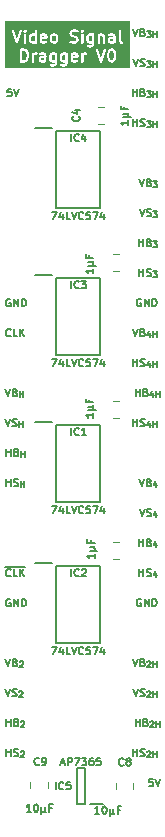
<source format=gto>
%TF.GenerationSoftware,KiCad,Pcbnew,7.0.5*%
%TF.CreationDate,2024-03-08T13:43:22+02:00*%
%TF.ProjectId,Video Signal Dragger,56696465-6f20-4536-9967-6e616c204472,V0*%
%TF.SameCoordinates,PX54c81a0PY37b6b20*%
%TF.FileFunction,Legend,Top*%
%TF.FilePolarity,Positive*%
%FSLAX46Y46*%
G04 Gerber Fmt 4.6, Leading zero omitted, Abs format (unit mm)*
G04 Created by KiCad (PCBNEW 7.0.5) date 2024-03-08 13:43:22*
%MOMM*%
%LPD*%
G01*
G04 APERTURE LIST*
%ADD10C,0.150000*%
%ADD11C,0.200000*%
%ADD12C,0.120000*%
G04 APERTURE END LIST*
D10*
X1175160Y-52990963D02*
X1386826Y-53625963D01*
X1386826Y-53625963D02*
X1598493Y-52990963D01*
X2021827Y-53293344D02*
X2112541Y-53323582D01*
X2112541Y-53323582D02*
X2142779Y-53353820D01*
X2142779Y-53353820D02*
X2173017Y-53414296D01*
X2173017Y-53414296D02*
X2173017Y-53505010D01*
X2173017Y-53505010D02*
X2142779Y-53565486D01*
X2142779Y-53565486D02*
X2112541Y-53595725D01*
X2112541Y-53595725D02*
X2052065Y-53625963D01*
X2052065Y-53625963D02*
X1810160Y-53625963D01*
X1810160Y-53625963D02*
X1810160Y-52990963D01*
X1810160Y-52990963D02*
X2021827Y-52990963D01*
X2021827Y-52990963D02*
X2082303Y-53021201D01*
X2082303Y-53021201D02*
X2112541Y-53051439D01*
X2112541Y-53051439D02*
X2142779Y-53111915D01*
X2142779Y-53111915D02*
X2142779Y-53172391D01*
X2142779Y-53172391D02*
X2112541Y-53232867D01*
X2112541Y-53232867D02*
X2082303Y-53263105D01*
X2082303Y-53263105D02*
X2021827Y-53293344D01*
X2021827Y-53293344D02*
X1810160Y-53293344D01*
X2390731Y-53236496D02*
X2414922Y-53212305D01*
X2414922Y-53212305D02*
X2463303Y-53188115D01*
X2463303Y-53188115D02*
X2584255Y-53188115D01*
X2584255Y-53188115D02*
X2632636Y-53212305D01*
X2632636Y-53212305D02*
X2656827Y-53236496D01*
X2656827Y-53236496D02*
X2681017Y-53284877D01*
X2681017Y-53284877D02*
X2681017Y-53333258D01*
X2681017Y-53333258D02*
X2656827Y-53405829D01*
X2656827Y-53405829D02*
X2366541Y-53696115D01*
X2366541Y-53696115D02*
X2681017Y-53696115D01*
X1598493Y-47941201D02*
X1538017Y-47910963D01*
X1538017Y-47910963D02*
X1447303Y-47910963D01*
X1447303Y-47910963D02*
X1356588Y-47941201D01*
X1356588Y-47941201D02*
X1296112Y-48001677D01*
X1296112Y-48001677D02*
X1265874Y-48062153D01*
X1265874Y-48062153D02*
X1235636Y-48183105D01*
X1235636Y-48183105D02*
X1235636Y-48273820D01*
X1235636Y-48273820D02*
X1265874Y-48394772D01*
X1265874Y-48394772D02*
X1296112Y-48455248D01*
X1296112Y-48455248D02*
X1356588Y-48515725D01*
X1356588Y-48515725D02*
X1447303Y-48545963D01*
X1447303Y-48545963D02*
X1507779Y-48545963D01*
X1507779Y-48545963D02*
X1598493Y-48515725D01*
X1598493Y-48515725D02*
X1628731Y-48485486D01*
X1628731Y-48485486D02*
X1628731Y-48273820D01*
X1628731Y-48273820D02*
X1507779Y-48273820D01*
X1900874Y-48545963D02*
X1900874Y-47910963D01*
X1900874Y-47910963D02*
X2263731Y-48545963D01*
X2263731Y-48545963D02*
X2263731Y-47910963D01*
X2566112Y-48545963D02*
X2566112Y-47910963D01*
X2566112Y-47910963D02*
X2717302Y-47910963D01*
X2717302Y-47910963D02*
X2808017Y-47941201D01*
X2808017Y-47941201D02*
X2868493Y-48001677D01*
X2868493Y-48001677D02*
X2898731Y-48062153D01*
X2898731Y-48062153D02*
X2928969Y-48183105D01*
X2928969Y-48183105D02*
X2928969Y-48273820D01*
X2928969Y-48273820D02*
X2898731Y-48394772D01*
X2898731Y-48394772D02*
X2868493Y-48455248D01*
X2868493Y-48455248D02*
X2808017Y-48515725D01*
X2808017Y-48515725D02*
X2717302Y-48545963D01*
X2717302Y-48545963D02*
X2566112Y-48545963D01*
X12673887Y-22541201D02*
X12613411Y-22510963D01*
X12613411Y-22510963D02*
X12522697Y-22510963D01*
X12522697Y-22510963D02*
X12431982Y-22541201D01*
X12431982Y-22541201D02*
X12371506Y-22601677D01*
X12371506Y-22601677D02*
X12341268Y-22662153D01*
X12341268Y-22662153D02*
X12311030Y-22783105D01*
X12311030Y-22783105D02*
X12311030Y-22873820D01*
X12311030Y-22873820D02*
X12341268Y-22994772D01*
X12341268Y-22994772D02*
X12371506Y-23055248D01*
X12371506Y-23055248D02*
X12431982Y-23115725D01*
X12431982Y-23115725D02*
X12522697Y-23145963D01*
X12522697Y-23145963D02*
X12583173Y-23145963D01*
X12583173Y-23145963D02*
X12673887Y-23115725D01*
X12673887Y-23115725D02*
X12704125Y-23085486D01*
X12704125Y-23085486D02*
X12704125Y-22873820D01*
X12704125Y-22873820D02*
X12583173Y-22873820D01*
X12976268Y-23145963D02*
X12976268Y-22510963D01*
X12976268Y-22510963D02*
X13339125Y-23145963D01*
X13339125Y-23145963D02*
X13339125Y-22510963D01*
X13641506Y-23145963D02*
X13641506Y-22510963D01*
X13641506Y-22510963D02*
X13792696Y-22510963D01*
X13792696Y-22510963D02*
X13883411Y-22541201D01*
X13883411Y-22541201D02*
X13943887Y-22601677D01*
X13943887Y-22601677D02*
X13974125Y-22662153D01*
X13974125Y-22662153D02*
X14004363Y-22783105D01*
X14004363Y-22783105D02*
X14004363Y-22873820D01*
X14004363Y-22873820D02*
X13974125Y-22994772D01*
X13974125Y-22994772D02*
X13943887Y-23055248D01*
X13943887Y-23055248D02*
X13883411Y-23115725D01*
X13883411Y-23115725D02*
X13792696Y-23145963D01*
X13792696Y-23145963D02*
X13641506Y-23145963D01*
X11960268Y-5365963D02*
X11960268Y-4730963D01*
X11960268Y-5033344D02*
X12323125Y-5033344D01*
X12323125Y-5365963D02*
X12323125Y-4730963D01*
X12837173Y-5033344D02*
X12927887Y-5063582D01*
X12927887Y-5063582D02*
X12958125Y-5093820D01*
X12958125Y-5093820D02*
X12988363Y-5154296D01*
X12988363Y-5154296D02*
X12988363Y-5245010D01*
X12988363Y-5245010D02*
X12958125Y-5305486D01*
X12958125Y-5305486D02*
X12927887Y-5335725D01*
X12927887Y-5335725D02*
X12867411Y-5365963D01*
X12867411Y-5365963D02*
X12625506Y-5365963D01*
X12625506Y-5365963D02*
X12625506Y-4730963D01*
X12625506Y-4730963D02*
X12837173Y-4730963D01*
X12837173Y-4730963D02*
X12897649Y-4761201D01*
X12897649Y-4761201D02*
X12927887Y-4791439D01*
X12927887Y-4791439D02*
X12958125Y-4851915D01*
X12958125Y-4851915D02*
X12958125Y-4912391D01*
X12958125Y-4912391D02*
X12927887Y-4972867D01*
X12927887Y-4972867D02*
X12897649Y-5003105D01*
X12897649Y-5003105D02*
X12837173Y-5033344D01*
X12837173Y-5033344D02*
X12625506Y-5033344D01*
X13181887Y-4928115D02*
X13496363Y-4928115D01*
X13496363Y-4928115D02*
X13327030Y-5121639D01*
X13327030Y-5121639D02*
X13399601Y-5121639D01*
X13399601Y-5121639D02*
X13447982Y-5145829D01*
X13447982Y-5145829D02*
X13472173Y-5170020D01*
X13472173Y-5170020D02*
X13496363Y-5218401D01*
X13496363Y-5218401D02*
X13496363Y-5339353D01*
X13496363Y-5339353D02*
X13472173Y-5387734D01*
X13472173Y-5387734D02*
X13447982Y-5411925D01*
X13447982Y-5411925D02*
X13399601Y-5436115D01*
X13399601Y-5436115D02*
X13254458Y-5436115D01*
X13254458Y-5436115D02*
X13206077Y-5411925D01*
X13206077Y-5411925D02*
X13181887Y-5387734D01*
X13714078Y-5436115D02*
X13714078Y-4928115D01*
X13714078Y-5170020D02*
X14004364Y-5170020D01*
X14004364Y-5436115D02*
X14004364Y-4928115D01*
X1695255Y-4730963D02*
X1392874Y-4730963D01*
X1392874Y-4730963D02*
X1362636Y-5033344D01*
X1362636Y-5033344D02*
X1392874Y-5003105D01*
X1392874Y-5003105D02*
X1453350Y-4972867D01*
X1453350Y-4972867D02*
X1604541Y-4972867D01*
X1604541Y-4972867D02*
X1665017Y-5003105D01*
X1665017Y-5003105D02*
X1695255Y-5033344D01*
X1695255Y-5033344D02*
X1725493Y-5093820D01*
X1725493Y-5093820D02*
X1725493Y-5245010D01*
X1725493Y-5245010D02*
X1695255Y-5305486D01*
X1695255Y-5305486D02*
X1665017Y-5335725D01*
X1665017Y-5335725D02*
X1604541Y-5365963D01*
X1604541Y-5365963D02*
X1453350Y-5365963D01*
X1453350Y-5365963D02*
X1392874Y-5335725D01*
X1392874Y-5335725D02*
X1362636Y-5305486D01*
X1906922Y-4730963D02*
X2118588Y-5365963D01*
X2118588Y-5365963D02*
X2330255Y-4730963D01*
X12492458Y-43465963D02*
X12492458Y-42830963D01*
X12492458Y-43133344D02*
X12855315Y-43133344D01*
X12855315Y-43465963D02*
X12855315Y-42830963D01*
X13369363Y-43133344D02*
X13460077Y-43163582D01*
X13460077Y-43163582D02*
X13490315Y-43193820D01*
X13490315Y-43193820D02*
X13520553Y-43254296D01*
X13520553Y-43254296D02*
X13520553Y-43345010D01*
X13520553Y-43345010D02*
X13490315Y-43405486D01*
X13490315Y-43405486D02*
X13460077Y-43435725D01*
X13460077Y-43435725D02*
X13399601Y-43465963D01*
X13399601Y-43465963D02*
X13157696Y-43465963D01*
X13157696Y-43465963D02*
X13157696Y-42830963D01*
X13157696Y-42830963D02*
X13369363Y-42830963D01*
X13369363Y-42830963D02*
X13429839Y-42861201D01*
X13429839Y-42861201D02*
X13460077Y-42891439D01*
X13460077Y-42891439D02*
X13490315Y-42951915D01*
X13490315Y-42951915D02*
X13490315Y-43012391D01*
X13490315Y-43012391D02*
X13460077Y-43072867D01*
X13460077Y-43072867D02*
X13429839Y-43103105D01*
X13429839Y-43103105D02*
X13369363Y-43133344D01*
X13369363Y-43133344D02*
X13157696Y-43133344D01*
X13980172Y-43197448D02*
X13980172Y-43536115D01*
X13859220Y-43003925D02*
X13738267Y-43366782D01*
X13738267Y-43366782D02*
X14052744Y-43366782D01*
X12522696Y-37750963D02*
X12734362Y-38385963D01*
X12734362Y-38385963D02*
X12946029Y-37750963D01*
X13369363Y-38053344D02*
X13460077Y-38083582D01*
X13460077Y-38083582D02*
X13490315Y-38113820D01*
X13490315Y-38113820D02*
X13520553Y-38174296D01*
X13520553Y-38174296D02*
X13520553Y-38265010D01*
X13520553Y-38265010D02*
X13490315Y-38325486D01*
X13490315Y-38325486D02*
X13460077Y-38355725D01*
X13460077Y-38355725D02*
X13399601Y-38385963D01*
X13399601Y-38385963D02*
X13157696Y-38385963D01*
X13157696Y-38385963D02*
X13157696Y-37750963D01*
X13157696Y-37750963D02*
X13369363Y-37750963D01*
X13369363Y-37750963D02*
X13429839Y-37781201D01*
X13429839Y-37781201D02*
X13460077Y-37811439D01*
X13460077Y-37811439D02*
X13490315Y-37871915D01*
X13490315Y-37871915D02*
X13490315Y-37932391D01*
X13490315Y-37932391D02*
X13460077Y-37992867D01*
X13460077Y-37992867D02*
X13429839Y-38023105D01*
X13429839Y-38023105D02*
X13369363Y-38053344D01*
X13369363Y-38053344D02*
X13157696Y-38053344D01*
X13980172Y-38117448D02*
X13980172Y-38456115D01*
X13859220Y-37923925D02*
X13738267Y-38286782D01*
X13738267Y-38286782D02*
X14052744Y-38286782D01*
X12020744Y-2190963D02*
X12232410Y-2825963D01*
X12232410Y-2825963D02*
X12444077Y-2190963D01*
X12625506Y-2795725D02*
X12716220Y-2825963D01*
X12716220Y-2825963D02*
X12867411Y-2825963D01*
X12867411Y-2825963D02*
X12927887Y-2795725D01*
X12927887Y-2795725D02*
X12958125Y-2765486D01*
X12958125Y-2765486D02*
X12988363Y-2705010D01*
X12988363Y-2705010D02*
X12988363Y-2644534D01*
X12988363Y-2644534D02*
X12958125Y-2584058D01*
X12958125Y-2584058D02*
X12927887Y-2553820D01*
X12927887Y-2553820D02*
X12867411Y-2523582D01*
X12867411Y-2523582D02*
X12746458Y-2493344D01*
X12746458Y-2493344D02*
X12685982Y-2463105D01*
X12685982Y-2463105D02*
X12655744Y-2432867D01*
X12655744Y-2432867D02*
X12625506Y-2372391D01*
X12625506Y-2372391D02*
X12625506Y-2311915D01*
X12625506Y-2311915D02*
X12655744Y-2251439D01*
X12655744Y-2251439D02*
X12685982Y-2221201D01*
X12685982Y-2221201D02*
X12746458Y-2190963D01*
X12746458Y-2190963D02*
X12897649Y-2190963D01*
X12897649Y-2190963D02*
X12988363Y-2221201D01*
X13181887Y-2388115D02*
X13496363Y-2388115D01*
X13496363Y-2388115D02*
X13327030Y-2581639D01*
X13327030Y-2581639D02*
X13399601Y-2581639D01*
X13399601Y-2581639D02*
X13447982Y-2605829D01*
X13447982Y-2605829D02*
X13472173Y-2630020D01*
X13472173Y-2630020D02*
X13496363Y-2678401D01*
X13496363Y-2678401D02*
X13496363Y-2799353D01*
X13496363Y-2799353D02*
X13472173Y-2847734D01*
X13472173Y-2847734D02*
X13447982Y-2871925D01*
X13447982Y-2871925D02*
X13399601Y-2896115D01*
X13399601Y-2896115D02*
X13254458Y-2896115D01*
X13254458Y-2896115D02*
X13206077Y-2871925D01*
X13206077Y-2871925D02*
X13181887Y-2847734D01*
X13714078Y-2896115D02*
X13714078Y-2388115D01*
X13714078Y-2630020D02*
X14004364Y-2630020D01*
X14004364Y-2896115D02*
X14004364Y-2388115D01*
X12214268Y-58705963D02*
X12214268Y-58070963D01*
X12214268Y-58373344D02*
X12577125Y-58373344D01*
X12577125Y-58705963D02*
X12577125Y-58070963D01*
X13091173Y-58373344D02*
X13181887Y-58403582D01*
X13181887Y-58403582D02*
X13212125Y-58433820D01*
X13212125Y-58433820D02*
X13242363Y-58494296D01*
X13242363Y-58494296D02*
X13242363Y-58585010D01*
X13242363Y-58585010D02*
X13212125Y-58645486D01*
X13212125Y-58645486D02*
X13181887Y-58675725D01*
X13181887Y-58675725D02*
X13121411Y-58705963D01*
X13121411Y-58705963D02*
X12879506Y-58705963D01*
X12879506Y-58705963D02*
X12879506Y-58070963D01*
X12879506Y-58070963D02*
X13091173Y-58070963D01*
X13091173Y-58070963D02*
X13151649Y-58101201D01*
X13151649Y-58101201D02*
X13181887Y-58131439D01*
X13181887Y-58131439D02*
X13212125Y-58191915D01*
X13212125Y-58191915D02*
X13212125Y-58252391D01*
X13212125Y-58252391D02*
X13181887Y-58312867D01*
X13181887Y-58312867D02*
X13151649Y-58343105D01*
X13151649Y-58343105D02*
X13091173Y-58373344D01*
X13091173Y-58373344D02*
X12879506Y-58373344D01*
X13460077Y-58316496D02*
X13484268Y-58292305D01*
X13484268Y-58292305D02*
X13532649Y-58268115D01*
X13532649Y-58268115D02*
X13653601Y-58268115D01*
X13653601Y-58268115D02*
X13701982Y-58292305D01*
X13701982Y-58292305D02*
X13726173Y-58316496D01*
X13726173Y-58316496D02*
X13750363Y-58364877D01*
X13750363Y-58364877D02*
X13750363Y-58413258D01*
X13750363Y-58413258D02*
X13726173Y-58485829D01*
X13726173Y-58485829D02*
X13435887Y-58776115D01*
X13435887Y-58776115D02*
X13750363Y-58776115D01*
X13968078Y-58776115D02*
X13968078Y-58268115D01*
X13968078Y-58510020D02*
X14258364Y-58510020D01*
X14258364Y-58776115D02*
X14258364Y-58268115D01*
X1265874Y-58705963D02*
X1265874Y-58070963D01*
X1265874Y-58373344D02*
X1628731Y-58373344D01*
X1628731Y-58705963D02*
X1628731Y-58070963D01*
X2142779Y-58373344D02*
X2233493Y-58403582D01*
X2233493Y-58403582D02*
X2263731Y-58433820D01*
X2263731Y-58433820D02*
X2293969Y-58494296D01*
X2293969Y-58494296D02*
X2293969Y-58585010D01*
X2293969Y-58585010D02*
X2263731Y-58645486D01*
X2263731Y-58645486D02*
X2233493Y-58675725D01*
X2233493Y-58675725D02*
X2173017Y-58705963D01*
X2173017Y-58705963D02*
X1931112Y-58705963D01*
X1931112Y-58705963D02*
X1931112Y-58070963D01*
X1931112Y-58070963D02*
X2142779Y-58070963D01*
X2142779Y-58070963D02*
X2203255Y-58101201D01*
X2203255Y-58101201D02*
X2233493Y-58131439D01*
X2233493Y-58131439D02*
X2263731Y-58191915D01*
X2263731Y-58191915D02*
X2263731Y-58252391D01*
X2263731Y-58252391D02*
X2233493Y-58312867D01*
X2233493Y-58312867D02*
X2203255Y-58343105D01*
X2203255Y-58343105D02*
X2142779Y-58373344D01*
X2142779Y-58373344D02*
X1931112Y-58373344D01*
X2511683Y-58316496D02*
X2535874Y-58292305D01*
X2535874Y-58292305D02*
X2584255Y-58268115D01*
X2584255Y-58268115D02*
X2705207Y-58268115D01*
X2705207Y-58268115D02*
X2753588Y-58292305D01*
X2753588Y-58292305D02*
X2777779Y-58316496D01*
X2777779Y-58316496D02*
X2801969Y-58364877D01*
X2801969Y-58364877D02*
X2801969Y-58413258D01*
X2801969Y-58413258D02*
X2777779Y-58485829D01*
X2777779Y-58485829D02*
X2487493Y-58776115D01*
X2487493Y-58776115D02*
X2801969Y-58776115D01*
X11990506Y-52990963D02*
X12202172Y-53625963D01*
X12202172Y-53625963D02*
X12413839Y-52990963D01*
X12837173Y-53293344D02*
X12927887Y-53323582D01*
X12927887Y-53323582D02*
X12958125Y-53353820D01*
X12958125Y-53353820D02*
X12988363Y-53414296D01*
X12988363Y-53414296D02*
X12988363Y-53505010D01*
X12988363Y-53505010D02*
X12958125Y-53565486D01*
X12958125Y-53565486D02*
X12927887Y-53595725D01*
X12927887Y-53595725D02*
X12867411Y-53625963D01*
X12867411Y-53625963D02*
X12625506Y-53625963D01*
X12625506Y-53625963D02*
X12625506Y-52990963D01*
X12625506Y-52990963D02*
X12837173Y-52990963D01*
X12837173Y-52990963D02*
X12897649Y-53021201D01*
X12897649Y-53021201D02*
X12927887Y-53051439D01*
X12927887Y-53051439D02*
X12958125Y-53111915D01*
X12958125Y-53111915D02*
X12958125Y-53172391D01*
X12958125Y-53172391D02*
X12927887Y-53232867D01*
X12927887Y-53232867D02*
X12897649Y-53263105D01*
X12897649Y-53263105D02*
X12837173Y-53293344D01*
X12837173Y-53293344D02*
X12625506Y-53293344D01*
X13206077Y-53236496D02*
X13230268Y-53212305D01*
X13230268Y-53212305D02*
X13278649Y-53188115D01*
X13278649Y-53188115D02*
X13399601Y-53188115D01*
X13399601Y-53188115D02*
X13447982Y-53212305D01*
X13447982Y-53212305D02*
X13472173Y-53236496D01*
X13472173Y-53236496D02*
X13496363Y-53284877D01*
X13496363Y-53284877D02*
X13496363Y-53333258D01*
X13496363Y-53333258D02*
X13472173Y-53405829D01*
X13472173Y-53405829D02*
X13181887Y-53696115D01*
X13181887Y-53696115D02*
X13496363Y-53696115D01*
X13714078Y-53696115D02*
X13714078Y-53188115D01*
X13714078Y-53430020D02*
X14004364Y-53430020D01*
X14004364Y-53696115D02*
X14004364Y-53188115D01*
X12552934Y-40290963D02*
X12764600Y-40925963D01*
X12764600Y-40925963D02*
X12976267Y-40290963D01*
X13157696Y-40895725D02*
X13248410Y-40925963D01*
X13248410Y-40925963D02*
X13399601Y-40925963D01*
X13399601Y-40925963D02*
X13460077Y-40895725D01*
X13460077Y-40895725D02*
X13490315Y-40865486D01*
X13490315Y-40865486D02*
X13520553Y-40805010D01*
X13520553Y-40805010D02*
X13520553Y-40744534D01*
X13520553Y-40744534D02*
X13490315Y-40684058D01*
X13490315Y-40684058D02*
X13460077Y-40653820D01*
X13460077Y-40653820D02*
X13399601Y-40623582D01*
X13399601Y-40623582D02*
X13278648Y-40593344D01*
X13278648Y-40593344D02*
X13218172Y-40563105D01*
X13218172Y-40563105D02*
X13187934Y-40532867D01*
X13187934Y-40532867D02*
X13157696Y-40472391D01*
X13157696Y-40472391D02*
X13157696Y-40411915D01*
X13157696Y-40411915D02*
X13187934Y-40351439D01*
X13187934Y-40351439D02*
X13218172Y-40321201D01*
X13218172Y-40321201D02*
X13278648Y-40290963D01*
X13278648Y-40290963D02*
X13429839Y-40290963D01*
X13429839Y-40290963D02*
X13520553Y-40321201D01*
X13980172Y-40657448D02*
X13980172Y-40996115D01*
X13859220Y-40463925D02*
X13738267Y-40826782D01*
X13738267Y-40826782D02*
X14052744Y-40826782D01*
X1175160Y-32670963D02*
X1386826Y-33305963D01*
X1386826Y-33305963D02*
X1598493Y-32670963D01*
X1779922Y-33275725D02*
X1870636Y-33305963D01*
X1870636Y-33305963D02*
X2021827Y-33305963D01*
X2021827Y-33305963D02*
X2082303Y-33275725D01*
X2082303Y-33275725D02*
X2112541Y-33245486D01*
X2112541Y-33245486D02*
X2142779Y-33185010D01*
X2142779Y-33185010D02*
X2142779Y-33124534D01*
X2142779Y-33124534D02*
X2112541Y-33064058D01*
X2112541Y-33064058D02*
X2082303Y-33033820D01*
X2082303Y-33033820D02*
X2021827Y-33003582D01*
X2021827Y-33003582D02*
X1900874Y-32973344D01*
X1900874Y-32973344D02*
X1840398Y-32943105D01*
X1840398Y-32943105D02*
X1810160Y-32912867D01*
X1810160Y-32912867D02*
X1779922Y-32852391D01*
X1779922Y-32852391D02*
X1779922Y-32791915D01*
X1779922Y-32791915D02*
X1810160Y-32731439D01*
X1810160Y-32731439D02*
X1840398Y-32701201D01*
X1840398Y-32701201D02*
X1900874Y-32670963D01*
X1900874Y-32670963D02*
X2052065Y-32670963D01*
X2052065Y-32670963D02*
X2142779Y-32701201D01*
X2384684Y-33376115D02*
X2384684Y-32868115D01*
X2384684Y-33110020D02*
X2674970Y-33110020D01*
X2674970Y-33376115D02*
X2674970Y-32868115D01*
X11990506Y-28225963D02*
X11990506Y-27590963D01*
X11990506Y-27893344D02*
X12353363Y-27893344D01*
X12353363Y-28225963D02*
X12353363Y-27590963D01*
X12625506Y-28195725D02*
X12716220Y-28225963D01*
X12716220Y-28225963D02*
X12867411Y-28225963D01*
X12867411Y-28225963D02*
X12927887Y-28195725D01*
X12927887Y-28195725D02*
X12958125Y-28165486D01*
X12958125Y-28165486D02*
X12988363Y-28105010D01*
X12988363Y-28105010D02*
X12988363Y-28044534D01*
X12988363Y-28044534D02*
X12958125Y-27984058D01*
X12958125Y-27984058D02*
X12927887Y-27953820D01*
X12927887Y-27953820D02*
X12867411Y-27923582D01*
X12867411Y-27923582D02*
X12746458Y-27893344D01*
X12746458Y-27893344D02*
X12685982Y-27863105D01*
X12685982Y-27863105D02*
X12655744Y-27832867D01*
X12655744Y-27832867D02*
X12625506Y-27772391D01*
X12625506Y-27772391D02*
X12625506Y-27711915D01*
X12625506Y-27711915D02*
X12655744Y-27651439D01*
X12655744Y-27651439D02*
X12685982Y-27621201D01*
X12685982Y-27621201D02*
X12746458Y-27590963D01*
X12746458Y-27590963D02*
X12897649Y-27590963D01*
X12897649Y-27590963D02*
X12988363Y-27621201D01*
X13447982Y-27957448D02*
X13447982Y-28296115D01*
X13327030Y-27763925D02*
X13206077Y-28126782D01*
X13206077Y-28126782D02*
X13520554Y-28126782D01*
X13714078Y-28296115D02*
X13714078Y-27788115D01*
X13714078Y-28030020D02*
X14004364Y-28030020D01*
X14004364Y-28296115D02*
X14004364Y-27788115D01*
X11990506Y349037D02*
X12202172Y-285963D01*
X12202172Y-285963D02*
X12413839Y349037D01*
X12837173Y46656D02*
X12927887Y16418D01*
X12927887Y16418D02*
X12958125Y-13820D01*
X12958125Y-13820D02*
X12988363Y-74296D01*
X12988363Y-74296D02*
X12988363Y-165010D01*
X12988363Y-165010D02*
X12958125Y-225486D01*
X12958125Y-225486D02*
X12927887Y-255725D01*
X12927887Y-255725D02*
X12867411Y-285963D01*
X12867411Y-285963D02*
X12625506Y-285963D01*
X12625506Y-285963D02*
X12625506Y349037D01*
X12625506Y349037D02*
X12837173Y349037D01*
X12837173Y349037D02*
X12897649Y318799D01*
X12897649Y318799D02*
X12927887Y288561D01*
X12927887Y288561D02*
X12958125Y228085D01*
X12958125Y228085D02*
X12958125Y167609D01*
X12958125Y167609D02*
X12927887Y107133D01*
X12927887Y107133D02*
X12897649Y76895D01*
X12897649Y76895D02*
X12837173Y46656D01*
X12837173Y46656D02*
X12625506Y46656D01*
X13181887Y151885D02*
X13496363Y151885D01*
X13496363Y151885D02*
X13327030Y-41639D01*
X13327030Y-41639D02*
X13399601Y-41639D01*
X13399601Y-41639D02*
X13447982Y-65829D01*
X13447982Y-65829D02*
X13472173Y-90020D01*
X13472173Y-90020D02*
X13496363Y-138401D01*
X13496363Y-138401D02*
X13496363Y-259353D01*
X13496363Y-259353D02*
X13472173Y-307734D01*
X13472173Y-307734D02*
X13447982Y-331925D01*
X13447982Y-331925D02*
X13399601Y-356115D01*
X13399601Y-356115D02*
X13254458Y-356115D01*
X13254458Y-356115D02*
X13206077Y-331925D01*
X13206077Y-331925D02*
X13181887Y-307734D01*
X13714078Y-356115D02*
X13714078Y151885D01*
X13714078Y-90020D02*
X14004364Y-90020D01*
X14004364Y-356115D02*
X14004364Y151885D01*
X11990506Y-7905963D02*
X11990506Y-7270963D01*
X11990506Y-7573344D02*
X12353363Y-7573344D01*
X12353363Y-7905963D02*
X12353363Y-7270963D01*
X12625506Y-7875725D02*
X12716220Y-7905963D01*
X12716220Y-7905963D02*
X12867411Y-7905963D01*
X12867411Y-7905963D02*
X12927887Y-7875725D01*
X12927887Y-7875725D02*
X12958125Y-7845486D01*
X12958125Y-7845486D02*
X12988363Y-7785010D01*
X12988363Y-7785010D02*
X12988363Y-7724534D01*
X12988363Y-7724534D02*
X12958125Y-7664058D01*
X12958125Y-7664058D02*
X12927887Y-7633820D01*
X12927887Y-7633820D02*
X12867411Y-7603582D01*
X12867411Y-7603582D02*
X12746458Y-7573344D01*
X12746458Y-7573344D02*
X12685982Y-7543105D01*
X12685982Y-7543105D02*
X12655744Y-7512867D01*
X12655744Y-7512867D02*
X12625506Y-7452391D01*
X12625506Y-7452391D02*
X12625506Y-7391915D01*
X12625506Y-7391915D02*
X12655744Y-7331439D01*
X12655744Y-7331439D02*
X12685982Y-7301201D01*
X12685982Y-7301201D02*
X12746458Y-7270963D01*
X12746458Y-7270963D02*
X12897649Y-7270963D01*
X12897649Y-7270963D02*
X12988363Y-7301201D01*
X13181887Y-7468115D02*
X13496363Y-7468115D01*
X13496363Y-7468115D02*
X13327030Y-7661639D01*
X13327030Y-7661639D02*
X13399601Y-7661639D01*
X13399601Y-7661639D02*
X13447982Y-7685829D01*
X13447982Y-7685829D02*
X13472173Y-7710020D01*
X13472173Y-7710020D02*
X13496363Y-7758401D01*
X13496363Y-7758401D02*
X13496363Y-7879353D01*
X13496363Y-7879353D02*
X13472173Y-7927734D01*
X13472173Y-7927734D02*
X13447982Y-7951925D01*
X13447982Y-7951925D02*
X13399601Y-7976115D01*
X13399601Y-7976115D02*
X13254458Y-7976115D01*
X13254458Y-7976115D02*
X13206077Y-7951925D01*
X13206077Y-7951925D02*
X13181887Y-7927734D01*
X13714078Y-7976115D02*
X13714078Y-7468115D01*
X13714078Y-7710020D02*
X14004364Y-7710020D01*
X14004364Y-7976115D02*
X14004364Y-7468115D01*
X1265874Y-38385963D02*
X1265874Y-37750963D01*
X1265874Y-38053344D02*
X1628731Y-38053344D01*
X1628731Y-38385963D02*
X1628731Y-37750963D01*
X1900874Y-38355725D02*
X1991588Y-38385963D01*
X1991588Y-38385963D02*
X2142779Y-38385963D01*
X2142779Y-38385963D02*
X2203255Y-38355725D01*
X2203255Y-38355725D02*
X2233493Y-38325486D01*
X2233493Y-38325486D02*
X2263731Y-38265010D01*
X2263731Y-38265010D02*
X2263731Y-38204534D01*
X2263731Y-38204534D02*
X2233493Y-38144058D01*
X2233493Y-38144058D02*
X2203255Y-38113820D01*
X2203255Y-38113820D02*
X2142779Y-38083582D01*
X2142779Y-38083582D02*
X2021826Y-38053344D01*
X2021826Y-38053344D02*
X1961350Y-38023105D01*
X1961350Y-38023105D02*
X1931112Y-37992867D01*
X1931112Y-37992867D02*
X1900874Y-37932391D01*
X1900874Y-37932391D02*
X1900874Y-37871915D01*
X1900874Y-37871915D02*
X1931112Y-37811439D01*
X1931112Y-37811439D02*
X1961350Y-37781201D01*
X1961350Y-37781201D02*
X2021826Y-37750963D01*
X2021826Y-37750963D02*
X2173017Y-37750963D01*
X2173017Y-37750963D02*
X2263731Y-37781201D01*
X2505636Y-38456115D02*
X2505636Y-37948115D01*
X2505636Y-38190020D02*
X2795922Y-38190020D01*
X2795922Y-38456115D02*
X2795922Y-37948115D01*
X12492458Y-18065963D02*
X12492458Y-17430963D01*
X12492458Y-17733344D02*
X12855315Y-17733344D01*
X12855315Y-18065963D02*
X12855315Y-17430963D01*
X13369363Y-17733344D02*
X13460077Y-17763582D01*
X13460077Y-17763582D02*
X13490315Y-17793820D01*
X13490315Y-17793820D02*
X13520553Y-17854296D01*
X13520553Y-17854296D02*
X13520553Y-17945010D01*
X13520553Y-17945010D02*
X13490315Y-18005486D01*
X13490315Y-18005486D02*
X13460077Y-18035725D01*
X13460077Y-18035725D02*
X13399601Y-18065963D01*
X13399601Y-18065963D02*
X13157696Y-18065963D01*
X13157696Y-18065963D02*
X13157696Y-17430963D01*
X13157696Y-17430963D02*
X13369363Y-17430963D01*
X13369363Y-17430963D02*
X13429839Y-17461201D01*
X13429839Y-17461201D02*
X13460077Y-17491439D01*
X13460077Y-17491439D02*
X13490315Y-17551915D01*
X13490315Y-17551915D02*
X13490315Y-17612391D01*
X13490315Y-17612391D02*
X13460077Y-17672867D01*
X13460077Y-17672867D02*
X13429839Y-17703105D01*
X13429839Y-17703105D02*
X13369363Y-17733344D01*
X13369363Y-17733344D02*
X13157696Y-17733344D01*
X13714077Y-17628115D02*
X14028553Y-17628115D01*
X14028553Y-17628115D02*
X13859220Y-17821639D01*
X13859220Y-17821639D02*
X13931791Y-17821639D01*
X13931791Y-17821639D02*
X13980172Y-17845829D01*
X13980172Y-17845829D02*
X14004363Y-17870020D01*
X14004363Y-17870020D02*
X14028553Y-17918401D01*
X14028553Y-17918401D02*
X14028553Y-18039353D01*
X14028553Y-18039353D02*
X14004363Y-18087734D01*
X14004363Y-18087734D02*
X13980172Y-18111925D01*
X13980172Y-18111925D02*
X13931791Y-18136115D01*
X13931791Y-18136115D02*
X13786648Y-18136115D01*
X13786648Y-18136115D02*
X13738267Y-18111925D01*
X13738267Y-18111925D02*
X13714077Y-18087734D01*
X12020744Y-55530963D02*
X12232410Y-56165963D01*
X12232410Y-56165963D02*
X12444077Y-55530963D01*
X12625506Y-56135725D02*
X12716220Y-56165963D01*
X12716220Y-56165963D02*
X12867411Y-56165963D01*
X12867411Y-56165963D02*
X12927887Y-56135725D01*
X12927887Y-56135725D02*
X12958125Y-56105486D01*
X12958125Y-56105486D02*
X12988363Y-56045010D01*
X12988363Y-56045010D02*
X12988363Y-55984534D01*
X12988363Y-55984534D02*
X12958125Y-55924058D01*
X12958125Y-55924058D02*
X12927887Y-55893820D01*
X12927887Y-55893820D02*
X12867411Y-55863582D01*
X12867411Y-55863582D02*
X12746458Y-55833344D01*
X12746458Y-55833344D02*
X12685982Y-55803105D01*
X12685982Y-55803105D02*
X12655744Y-55772867D01*
X12655744Y-55772867D02*
X12625506Y-55712391D01*
X12625506Y-55712391D02*
X12625506Y-55651915D01*
X12625506Y-55651915D02*
X12655744Y-55591439D01*
X12655744Y-55591439D02*
X12685982Y-55561201D01*
X12685982Y-55561201D02*
X12746458Y-55530963D01*
X12746458Y-55530963D02*
X12897649Y-55530963D01*
X12897649Y-55530963D02*
X12988363Y-55561201D01*
X13206077Y-55776496D02*
X13230268Y-55752305D01*
X13230268Y-55752305D02*
X13278649Y-55728115D01*
X13278649Y-55728115D02*
X13399601Y-55728115D01*
X13399601Y-55728115D02*
X13447982Y-55752305D01*
X13447982Y-55752305D02*
X13472173Y-55776496D01*
X13472173Y-55776496D02*
X13496363Y-55824877D01*
X13496363Y-55824877D02*
X13496363Y-55873258D01*
X13496363Y-55873258D02*
X13472173Y-55945829D01*
X13472173Y-55945829D02*
X13181887Y-56236115D01*
X13181887Y-56236115D02*
X13496363Y-56236115D01*
X13714078Y-56236115D02*
X13714078Y-55728115D01*
X13714078Y-55970020D02*
X14004364Y-55970020D01*
X14004364Y-56236115D02*
X14004364Y-55728115D01*
X12522696Y-20605963D02*
X12522696Y-19970963D01*
X12522696Y-20273344D02*
X12885553Y-20273344D01*
X12885553Y-20605963D02*
X12885553Y-19970963D01*
X13157696Y-20575725D02*
X13248410Y-20605963D01*
X13248410Y-20605963D02*
X13399601Y-20605963D01*
X13399601Y-20605963D02*
X13460077Y-20575725D01*
X13460077Y-20575725D02*
X13490315Y-20545486D01*
X13490315Y-20545486D02*
X13520553Y-20485010D01*
X13520553Y-20485010D02*
X13520553Y-20424534D01*
X13520553Y-20424534D02*
X13490315Y-20364058D01*
X13490315Y-20364058D02*
X13460077Y-20333820D01*
X13460077Y-20333820D02*
X13399601Y-20303582D01*
X13399601Y-20303582D02*
X13278648Y-20273344D01*
X13278648Y-20273344D02*
X13218172Y-20243105D01*
X13218172Y-20243105D02*
X13187934Y-20212867D01*
X13187934Y-20212867D02*
X13157696Y-20152391D01*
X13157696Y-20152391D02*
X13157696Y-20091915D01*
X13157696Y-20091915D02*
X13187934Y-20031439D01*
X13187934Y-20031439D02*
X13218172Y-20001201D01*
X13218172Y-20001201D02*
X13278648Y-19970963D01*
X13278648Y-19970963D02*
X13429839Y-19970963D01*
X13429839Y-19970963D02*
X13520553Y-20001201D01*
X13714077Y-20168115D02*
X14028553Y-20168115D01*
X14028553Y-20168115D02*
X13859220Y-20361639D01*
X13859220Y-20361639D02*
X13931791Y-20361639D01*
X13931791Y-20361639D02*
X13980172Y-20385829D01*
X13980172Y-20385829D02*
X14004363Y-20410020D01*
X14004363Y-20410020D02*
X14028553Y-20458401D01*
X14028553Y-20458401D02*
X14028553Y-20579353D01*
X14028553Y-20579353D02*
X14004363Y-20627734D01*
X14004363Y-20627734D02*
X13980172Y-20651925D01*
X13980172Y-20651925D02*
X13931791Y-20676115D01*
X13931791Y-20676115D02*
X13786648Y-20676115D01*
X13786648Y-20676115D02*
X13738267Y-20651925D01*
X13738267Y-20651925D02*
X13714077Y-20627734D01*
X11990506Y-61245963D02*
X11990506Y-60610963D01*
X11990506Y-60913344D02*
X12353363Y-60913344D01*
X12353363Y-61245963D02*
X12353363Y-60610963D01*
X12625506Y-61215725D02*
X12716220Y-61245963D01*
X12716220Y-61245963D02*
X12867411Y-61245963D01*
X12867411Y-61245963D02*
X12927887Y-61215725D01*
X12927887Y-61215725D02*
X12958125Y-61185486D01*
X12958125Y-61185486D02*
X12988363Y-61125010D01*
X12988363Y-61125010D02*
X12988363Y-61064534D01*
X12988363Y-61064534D02*
X12958125Y-61004058D01*
X12958125Y-61004058D02*
X12927887Y-60973820D01*
X12927887Y-60973820D02*
X12867411Y-60943582D01*
X12867411Y-60943582D02*
X12746458Y-60913344D01*
X12746458Y-60913344D02*
X12685982Y-60883105D01*
X12685982Y-60883105D02*
X12655744Y-60852867D01*
X12655744Y-60852867D02*
X12625506Y-60792391D01*
X12625506Y-60792391D02*
X12625506Y-60731915D01*
X12625506Y-60731915D02*
X12655744Y-60671439D01*
X12655744Y-60671439D02*
X12685982Y-60641201D01*
X12685982Y-60641201D02*
X12746458Y-60610963D01*
X12746458Y-60610963D02*
X12897649Y-60610963D01*
X12897649Y-60610963D02*
X12988363Y-60641201D01*
X13206077Y-60856496D02*
X13230268Y-60832305D01*
X13230268Y-60832305D02*
X13278649Y-60808115D01*
X13278649Y-60808115D02*
X13399601Y-60808115D01*
X13399601Y-60808115D02*
X13447982Y-60832305D01*
X13447982Y-60832305D02*
X13472173Y-60856496D01*
X13472173Y-60856496D02*
X13496363Y-60904877D01*
X13496363Y-60904877D02*
X13496363Y-60953258D01*
X13496363Y-60953258D02*
X13472173Y-61025829D01*
X13472173Y-61025829D02*
X13181887Y-61316115D01*
X13181887Y-61316115D02*
X13496363Y-61316115D01*
X13714078Y-61316115D02*
X13714078Y-60808115D01*
X13714078Y-61050020D02*
X14004364Y-61050020D01*
X14004364Y-61316115D02*
X14004364Y-60808115D01*
X1175160Y-55530963D02*
X1386826Y-56165963D01*
X1386826Y-56165963D02*
X1598493Y-55530963D01*
X1779922Y-56135725D02*
X1870636Y-56165963D01*
X1870636Y-56165963D02*
X2021827Y-56165963D01*
X2021827Y-56165963D02*
X2082303Y-56135725D01*
X2082303Y-56135725D02*
X2112541Y-56105486D01*
X2112541Y-56105486D02*
X2142779Y-56045010D01*
X2142779Y-56045010D02*
X2142779Y-55984534D01*
X2142779Y-55984534D02*
X2112541Y-55924058D01*
X2112541Y-55924058D02*
X2082303Y-55893820D01*
X2082303Y-55893820D02*
X2021827Y-55863582D01*
X2021827Y-55863582D02*
X1900874Y-55833344D01*
X1900874Y-55833344D02*
X1840398Y-55803105D01*
X1840398Y-55803105D02*
X1810160Y-55772867D01*
X1810160Y-55772867D02*
X1779922Y-55712391D01*
X1779922Y-55712391D02*
X1779922Y-55651915D01*
X1779922Y-55651915D02*
X1810160Y-55591439D01*
X1810160Y-55591439D02*
X1840398Y-55561201D01*
X1840398Y-55561201D02*
X1900874Y-55530963D01*
X1900874Y-55530963D02*
X2052065Y-55530963D01*
X2052065Y-55530963D02*
X2142779Y-55561201D01*
X2360493Y-55776496D02*
X2384684Y-55752305D01*
X2384684Y-55752305D02*
X2433065Y-55728115D01*
X2433065Y-55728115D02*
X2554017Y-55728115D01*
X2554017Y-55728115D02*
X2602398Y-55752305D01*
X2602398Y-55752305D02*
X2626589Y-55776496D01*
X2626589Y-55776496D02*
X2650779Y-55824877D01*
X2650779Y-55824877D02*
X2650779Y-55873258D01*
X2650779Y-55873258D02*
X2626589Y-55945829D01*
X2626589Y-55945829D02*
X2336303Y-56236115D01*
X2336303Y-56236115D02*
X2650779Y-56236115D01*
X11990506Y-25050963D02*
X12202172Y-25685963D01*
X12202172Y-25685963D02*
X12413839Y-25050963D01*
X12837173Y-25353344D02*
X12927887Y-25383582D01*
X12927887Y-25383582D02*
X12958125Y-25413820D01*
X12958125Y-25413820D02*
X12988363Y-25474296D01*
X12988363Y-25474296D02*
X12988363Y-25565010D01*
X12988363Y-25565010D02*
X12958125Y-25625486D01*
X12958125Y-25625486D02*
X12927887Y-25655725D01*
X12927887Y-25655725D02*
X12867411Y-25685963D01*
X12867411Y-25685963D02*
X12625506Y-25685963D01*
X12625506Y-25685963D02*
X12625506Y-25050963D01*
X12625506Y-25050963D02*
X12837173Y-25050963D01*
X12837173Y-25050963D02*
X12897649Y-25081201D01*
X12897649Y-25081201D02*
X12927887Y-25111439D01*
X12927887Y-25111439D02*
X12958125Y-25171915D01*
X12958125Y-25171915D02*
X12958125Y-25232391D01*
X12958125Y-25232391D02*
X12927887Y-25292867D01*
X12927887Y-25292867D02*
X12897649Y-25323105D01*
X12897649Y-25323105D02*
X12837173Y-25353344D01*
X12837173Y-25353344D02*
X12625506Y-25353344D01*
X13447982Y-25417448D02*
X13447982Y-25756115D01*
X13327030Y-25223925D02*
X13206077Y-25586782D01*
X13206077Y-25586782D02*
X13520554Y-25586782D01*
X13714078Y-25756115D02*
X13714078Y-25248115D01*
X13714078Y-25490020D02*
X14004364Y-25490020D01*
X14004364Y-25756115D02*
X14004364Y-25248115D01*
X1628731Y-45945486D02*
X1598493Y-45975725D01*
X1598493Y-45975725D02*
X1507779Y-46005963D01*
X1507779Y-46005963D02*
X1447303Y-46005963D01*
X1447303Y-46005963D02*
X1356588Y-45975725D01*
X1356588Y-45975725D02*
X1296112Y-45915248D01*
X1296112Y-45915248D02*
X1265874Y-45854772D01*
X1265874Y-45854772D02*
X1235636Y-45733820D01*
X1235636Y-45733820D02*
X1235636Y-45643105D01*
X1235636Y-45643105D02*
X1265874Y-45522153D01*
X1265874Y-45522153D02*
X1296112Y-45461677D01*
X1296112Y-45461677D02*
X1356588Y-45401201D01*
X1356588Y-45401201D02*
X1447303Y-45370963D01*
X1447303Y-45370963D02*
X1507779Y-45370963D01*
X1507779Y-45370963D02*
X1598493Y-45401201D01*
X1598493Y-45401201D02*
X1628731Y-45431439D01*
X2203255Y-46005963D02*
X1900874Y-46005963D01*
X1900874Y-46005963D02*
X1900874Y-45370963D01*
X2414922Y-46005963D02*
X2414922Y-45370963D01*
X2777779Y-46005963D02*
X2505636Y-45643105D01*
X2777779Y-45370963D02*
X2414922Y-45733820D01*
X1178184Y-45194675D02*
X2835232Y-45194675D01*
X12214268Y-30765963D02*
X12214268Y-30130963D01*
X12214268Y-30433344D02*
X12577125Y-30433344D01*
X12577125Y-30765963D02*
X12577125Y-30130963D01*
X13091173Y-30433344D02*
X13181887Y-30463582D01*
X13181887Y-30463582D02*
X13212125Y-30493820D01*
X13212125Y-30493820D02*
X13242363Y-30554296D01*
X13242363Y-30554296D02*
X13242363Y-30645010D01*
X13242363Y-30645010D02*
X13212125Y-30705486D01*
X13212125Y-30705486D02*
X13181887Y-30735725D01*
X13181887Y-30735725D02*
X13121411Y-30765963D01*
X13121411Y-30765963D02*
X12879506Y-30765963D01*
X12879506Y-30765963D02*
X12879506Y-30130963D01*
X12879506Y-30130963D02*
X13091173Y-30130963D01*
X13091173Y-30130963D02*
X13151649Y-30161201D01*
X13151649Y-30161201D02*
X13181887Y-30191439D01*
X13181887Y-30191439D02*
X13212125Y-30251915D01*
X13212125Y-30251915D02*
X13212125Y-30312391D01*
X13212125Y-30312391D02*
X13181887Y-30372867D01*
X13181887Y-30372867D02*
X13151649Y-30403105D01*
X13151649Y-30403105D02*
X13091173Y-30433344D01*
X13091173Y-30433344D02*
X12879506Y-30433344D01*
X13701982Y-30497448D02*
X13701982Y-30836115D01*
X13581030Y-30303925D02*
X13460077Y-30666782D01*
X13460077Y-30666782D02*
X13774554Y-30666782D01*
X13968078Y-30836115D02*
X13968078Y-30328115D01*
X13968078Y-30570020D02*
X14258364Y-30570020D01*
X14258364Y-30836115D02*
X14258364Y-30328115D01*
X11990506Y-33305963D02*
X11990506Y-32670963D01*
X11990506Y-32973344D02*
X12353363Y-32973344D01*
X12353363Y-33305963D02*
X12353363Y-32670963D01*
X12625506Y-33275725D02*
X12716220Y-33305963D01*
X12716220Y-33305963D02*
X12867411Y-33305963D01*
X12867411Y-33305963D02*
X12927887Y-33275725D01*
X12927887Y-33275725D02*
X12958125Y-33245486D01*
X12958125Y-33245486D02*
X12988363Y-33185010D01*
X12988363Y-33185010D02*
X12988363Y-33124534D01*
X12988363Y-33124534D02*
X12958125Y-33064058D01*
X12958125Y-33064058D02*
X12927887Y-33033820D01*
X12927887Y-33033820D02*
X12867411Y-33003582D01*
X12867411Y-33003582D02*
X12746458Y-32973344D01*
X12746458Y-32973344D02*
X12685982Y-32943105D01*
X12685982Y-32943105D02*
X12655744Y-32912867D01*
X12655744Y-32912867D02*
X12625506Y-32852391D01*
X12625506Y-32852391D02*
X12625506Y-32791915D01*
X12625506Y-32791915D02*
X12655744Y-32731439D01*
X12655744Y-32731439D02*
X12685982Y-32701201D01*
X12685982Y-32701201D02*
X12746458Y-32670963D01*
X12746458Y-32670963D02*
X12897649Y-32670963D01*
X12897649Y-32670963D02*
X12988363Y-32701201D01*
X13447982Y-33037448D02*
X13447982Y-33376115D01*
X13327030Y-32843925D02*
X13206077Y-33206782D01*
X13206077Y-33206782D02*
X13520554Y-33206782D01*
X13714078Y-33376115D02*
X13714078Y-32868115D01*
X13714078Y-33110020D02*
X14004364Y-33110020D01*
X14004364Y-33376115D02*
X14004364Y-32868115D01*
X13683839Y-63150963D02*
X13381458Y-63150963D01*
X13381458Y-63150963D02*
X13351220Y-63453344D01*
X13351220Y-63453344D02*
X13381458Y-63423105D01*
X13381458Y-63423105D02*
X13441934Y-63392867D01*
X13441934Y-63392867D02*
X13593125Y-63392867D01*
X13593125Y-63392867D02*
X13653601Y-63423105D01*
X13653601Y-63423105D02*
X13683839Y-63453344D01*
X13683839Y-63453344D02*
X13714077Y-63513820D01*
X13714077Y-63513820D02*
X13714077Y-63665010D01*
X13714077Y-63665010D02*
X13683839Y-63725486D01*
X13683839Y-63725486D02*
X13653601Y-63755725D01*
X13653601Y-63755725D02*
X13593125Y-63785963D01*
X13593125Y-63785963D02*
X13441934Y-63785963D01*
X13441934Y-63785963D02*
X13381458Y-63755725D01*
X13381458Y-63755725D02*
X13351220Y-63725486D01*
X13895506Y-63150963D02*
X14107172Y-63785963D01*
X14107172Y-63785963D02*
X14318839Y-63150963D01*
X1175160Y-30130963D02*
X1386826Y-30765963D01*
X1386826Y-30765963D02*
X1598493Y-30130963D01*
X2021827Y-30433344D02*
X2112541Y-30463582D01*
X2112541Y-30463582D02*
X2142779Y-30493820D01*
X2142779Y-30493820D02*
X2173017Y-30554296D01*
X2173017Y-30554296D02*
X2173017Y-30645010D01*
X2173017Y-30645010D02*
X2142779Y-30705486D01*
X2142779Y-30705486D02*
X2112541Y-30735725D01*
X2112541Y-30735725D02*
X2052065Y-30765963D01*
X2052065Y-30765963D02*
X1810160Y-30765963D01*
X1810160Y-30765963D02*
X1810160Y-30130963D01*
X1810160Y-30130963D02*
X2021827Y-30130963D01*
X2021827Y-30130963D02*
X2082303Y-30161201D01*
X2082303Y-30161201D02*
X2112541Y-30191439D01*
X2112541Y-30191439D02*
X2142779Y-30251915D01*
X2142779Y-30251915D02*
X2142779Y-30312391D01*
X2142779Y-30312391D02*
X2112541Y-30372867D01*
X2112541Y-30372867D02*
X2082303Y-30403105D01*
X2082303Y-30403105D02*
X2021827Y-30433344D01*
X2021827Y-30433344D02*
X1810160Y-30433344D01*
X2414922Y-30836115D02*
X2414922Y-30328115D01*
X2414922Y-30570020D02*
X2705208Y-30570020D01*
X2705208Y-30836115D02*
X2705208Y-30328115D01*
X12552934Y-14890963D02*
X12764600Y-15525963D01*
X12764600Y-15525963D02*
X12976267Y-14890963D01*
X13157696Y-15495725D02*
X13248410Y-15525963D01*
X13248410Y-15525963D02*
X13399601Y-15525963D01*
X13399601Y-15525963D02*
X13460077Y-15495725D01*
X13460077Y-15495725D02*
X13490315Y-15465486D01*
X13490315Y-15465486D02*
X13520553Y-15405010D01*
X13520553Y-15405010D02*
X13520553Y-15344534D01*
X13520553Y-15344534D02*
X13490315Y-15284058D01*
X13490315Y-15284058D02*
X13460077Y-15253820D01*
X13460077Y-15253820D02*
X13399601Y-15223582D01*
X13399601Y-15223582D02*
X13278648Y-15193344D01*
X13278648Y-15193344D02*
X13218172Y-15163105D01*
X13218172Y-15163105D02*
X13187934Y-15132867D01*
X13187934Y-15132867D02*
X13157696Y-15072391D01*
X13157696Y-15072391D02*
X13157696Y-15011915D01*
X13157696Y-15011915D02*
X13187934Y-14951439D01*
X13187934Y-14951439D02*
X13218172Y-14921201D01*
X13218172Y-14921201D02*
X13278648Y-14890963D01*
X13278648Y-14890963D02*
X13429839Y-14890963D01*
X13429839Y-14890963D02*
X13520553Y-14921201D01*
X13714077Y-15088115D02*
X14028553Y-15088115D01*
X14028553Y-15088115D02*
X13859220Y-15281639D01*
X13859220Y-15281639D02*
X13931791Y-15281639D01*
X13931791Y-15281639D02*
X13980172Y-15305829D01*
X13980172Y-15305829D02*
X14004363Y-15330020D01*
X14004363Y-15330020D02*
X14028553Y-15378401D01*
X14028553Y-15378401D02*
X14028553Y-15499353D01*
X14028553Y-15499353D02*
X14004363Y-15547734D01*
X14004363Y-15547734D02*
X13980172Y-15571925D01*
X13980172Y-15571925D02*
X13931791Y-15596115D01*
X13931791Y-15596115D02*
X13786648Y-15596115D01*
X13786648Y-15596115D02*
X13738267Y-15571925D01*
X13738267Y-15571925D02*
X13714077Y-15547734D01*
X12522696Y-12350963D02*
X12734362Y-12985963D01*
X12734362Y-12985963D02*
X12946029Y-12350963D01*
X13369363Y-12653344D02*
X13460077Y-12683582D01*
X13460077Y-12683582D02*
X13490315Y-12713820D01*
X13490315Y-12713820D02*
X13520553Y-12774296D01*
X13520553Y-12774296D02*
X13520553Y-12865010D01*
X13520553Y-12865010D02*
X13490315Y-12925486D01*
X13490315Y-12925486D02*
X13460077Y-12955725D01*
X13460077Y-12955725D02*
X13399601Y-12985963D01*
X13399601Y-12985963D02*
X13157696Y-12985963D01*
X13157696Y-12985963D02*
X13157696Y-12350963D01*
X13157696Y-12350963D02*
X13369363Y-12350963D01*
X13369363Y-12350963D02*
X13429839Y-12381201D01*
X13429839Y-12381201D02*
X13460077Y-12411439D01*
X13460077Y-12411439D02*
X13490315Y-12471915D01*
X13490315Y-12471915D02*
X13490315Y-12532391D01*
X13490315Y-12532391D02*
X13460077Y-12592867D01*
X13460077Y-12592867D02*
X13429839Y-12623105D01*
X13429839Y-12623105D02*
X13369363Y-12653344D01*
X13369363Y-12653344D02*
X13157696Y-12653344D01*
X13714077Y-12548115D02*
X14028553Y-12548115D01*
X14028553Y-12548115D02*
X13859220Y-12741639D01*
X13859220Y-12741639D02*
X13931791Y-12741639D01*
X13931791Y-12741639D02*
X13980172Y-12765829D01*
X13980172Y-12765829D02*
X14004363Y-12790020D01*
X14004363Y-12790020D02*
X14028553Y-12838401D01*
X14028553Y-12838401D02*
X14028553Y-12959353D01*
X14028553Y-12959353D02*
X14004363Y-13007734D01*
X14004363Y-13007734D02*
X13980172Y-13031925D01*
X13980172Y-13031925D02*
X13931791Y-13056115D01*
X13931791Y-13056115D02*
X13786648Y-13056115D01*
X13786648Y-13056115D02*
X13738267Y-13031925D01*
X13738267Y-13031925D02*
X13714077Y-13007734D01*
X1598493Y-22541201D02*
X1538017Y-22510963D01*
X1538017Y-22510963D02*
X1447303Y-22510963D01*
X1447303Y-22510963D02*
X1356588Y-22541201D01*
X1356588Y-22541201D02*
X1296112Y-22601677D01*
X1296112Y-22601677D02*
X1265874Y-22662153D01*
X1265874Y-22662153D02*
X1235636Y-22783105D01*
X1235636Y-22783105D02*
X1235636Y-22873820D01*
X1235636Y-22873820D02*
X1265874Y-22994772D01*
X1265874Y-22994772D02*
X1296112Y-23055248D01*
X1296112Y-23055248D02*
X1356588Y-23115725D01*
X1356588Y-23115725D02*
X1447303Y-23145963D01*
X1447303Y-23145963D02*
X1507779Y-23145963D01*
X1507779Y-23145963D02*
X1598493Y-23115725D01*
X1598493Y-23115725D02*
X1628731Y-23085486D01*
X1628731Y-23085486D02*
X1628731Y-22873820D01*
X1628731Y-22873820D02*
X1507779Y-22873820D01*
X1900874Y-23145963D02*
X1900874Y-22510963D01*
X1900874Y-22510963D02*
X2263731Y-23145963D01*
X2263731Y-23145963D02*
X2263731Y-22510963D01*
X2566112Y-23145963D02*
X2566112Y-22510963D01*
X2566112Y-22510963D02*
X2717302Y-22510963D01*
X2717302Y-22510963D02*
X2808017Y-22541201D01*
X2808017Y-22541201D02*
X2868493Y-22601677D01*
X2868493Y-22601677D02*
X2898731Y-22662153D01*
X2898731Y-22662153D02*
X2928969Y-22783105D01*
X2928969Y-22783105D02*
X2928969Y-22873820D01*
X2928969Y-22873820D02*
X2898731Y-22994772D01*
X2898731Y-22994772D02*
X2868493Y-23055248D01*
X2868493Y-23055248D02*
X2808017Y-23115725D01*
X2808017Y-23115725D02*
X2717302Y-23145963D01*
X2717302Y-23145963D02*
X2566112Y-23145963D01*
X1265874Y-35845963D02*
X1265874Y-35210963D01*
X1265874Y-35513344D02*
X1628731Y-35513344D01*
X1628731Y-35845963D02*
X1628731Y-35210963D01*
X2142779Y-35513344D02*
X2233493Y-35543582D01*
X2233493Y-35543582D02*
X2263731Y-35573820D01*
X2263731Y-35573820D02*
X2293969Y-35634296D01*
X2293969Y-35634296D02*
X2293969Y-35725010D01*
X2293969Y-35725010D02*
X2263731Y-35785486D01*
X2263731Y-35785486D02*
X2233493Y-35815725D01*
X2233493Y-35815725D02*
X2173017Y-35845963D01*
X2173017Y-35845963D02*
X1931112Y-35845963D01*
X1931112Y-35845963D02*
X1931112Y-35210963D01*
X1931112Y-35210963D02*
X2142779Y-35210963D01*
X2142779Y-35210963D02*
X2203255Y-35241201D01*
X2203255Y-35241201D02*
X2233493Y-35271439D01*
X2233493Y-35271439D02*
X2263731Y-35331915D01*
X2263731Y-35331915D02*
X2263731Y-35392391D01*
X2263731Y-35392391D02*
X2233493Y-35452867D01*
X2233493Y-35452867D02*
X2203255Y-35483105D01*
X2203255Y-35483105D02*
X2142779Y-35513344D01*
X2142779Y-35513344D02*
X1931112Y-35513344D01*
X2535874Y-35916115D02*
X2535874Y-35408115D01*
X2535874Y-35650020D02*
X2826160Y-35650020D01*
X2826160Y-35916115D02*
X2826160Y-35408115D01*
D11*
G36*
X5376999Y-1849974D02*
G01*
X5376999Y-2297796D01*
X5358155Y-2307219D01*
X5214891Y-2307219D01*
X5155284Y-2277415D01*
X5130613Y-2252743D01*
X5100809Y-2193135D01*
X5100809Y-1954634D01*
X5130613Y-1895025D01*
X5155283Y-1870356D01*
X5214891Y-1840552D01*
X5358155Y-1840552D01*
X5376999Y-1849974D01*
G37*
G36*
X6281760Y-1849974D02*
G01*
X6281760Y-2297796D01*
X6262917Y-2307219D01*
X6119653Y-2307219D01*
X6060046Y-2277415D01*
X6035375Y-2252743D01*
X6005571Y-2193135D01*
X6005571Y-1954634D01*
X6035375Y-1895025D01*
X6060045Y-1870356D01*
X6119653Y-1840552D01*
X6262917Y-1840552D01*
X6281760Y-1849974D01*
G37*
G36*
X2851552Y-1542241D02*
G01*
X2918623Y-1609312D01*
X2954074Y-1680215D01*
X2996046Y-1848101D01*
X2996046Y-1966335D01*
X2954074Y-2134222D01*
X2918622Y-2205125D01*
X2851552Y-2272196D01*
X2746486Y-2307219D01*
X2624618Y-2307219D01*
X2624618Y-1507219D01*
X2746485Y-1507219D01*
X2851552Y-1542241D01*
G37*
G36*
X4472237Y-2126333D02*
G01*
X4472237Y-2297796D01*
X4453393Y-2307219D01*
X4262510Y-2307219D01*
X4218201Y-2285064D01*
X4196047Y-2240755D01*
X4196047Y-2192729D01*
X4218201Y-2148420D01*
X4262510Y-2126266D01*
X4471614Y-2126266D01*
X4472237Y-2126333D01*
G37*
G36*
X7164368Y-1862706D02*
G01*
X7181819Y-1897607D01*
X6910333Y-1951904D01*
X6910333Y-1907015D01*
X6932487Y-1862706D01*
X6976796Y-1840552D01*
X7120060Y-1840552D01*
X7164368Y-1862706D01*
G37*
G36*
X10274907Y-1537023D02*
G01*
X10299577Y-1561692D01*
X10335028Y-1632596D01*
X10377000Y-1800481D01*
X10377000Y-2013953D01*
X10335028Y-2181841D01*
X10299577Y-2252743D01*
X10274906Y-2277414D01*
X10215299Y-2307219D01*
X10167273Y-2307219D01*
X10107666Y-2277415D01*
X10082995Y-2252743D01*
X10047543Y-2181840D01*
X10005572Y-2013955D01*
X10005572Y-1800483D01*
X10047543Y-1632595D01*
X10082995Y-1561692D01*
X10107665Y-1537022D01*
X10167273Y-1507219D01*
X10215299Y-1507219D01*
X10274907Y-1537023D01*
G37*
G36*
X8519856Y-239974D02*
G01*
X8519856Y-687796D01*
X8501012Y-697219D01*
X8357748Y-697219D01*
X8298141Y-667415D01*
X8273470Y-642743D01*
X8243666Y-583135D01*
X8243666Y-344634D01*
X8273470Y-285025D01*
X8298140Y-260356D01*
X8357748Y-230552D01*
X8501012Y-230552D01*
X8519856Y-239974D01*
G37*
G36*
X3662713Y-239974D02*
G01*
X3662713Y-687796D01*
X3643869Y-697219D01*
X3500605Y-697219D01*
X3440998Y-667415D01*
X3416327Y-642743D01*
X3386523Y-583135D01*
X3386523Y-344634D01*
X3416327Y-285025D01*
X3440997Y-260355D01*
X3500605Y-230552D01*
X3643869Y-230552D01*
X3662713Y-239974D01*
G37*
G36*
X4545320Y-252706D02*
G01*
X4562771Y-287607D01*
X4291284Y-341904D01*
X4291284Y-297015D01*
X4313439Y-252706D01*
X4357748Y-230552D01*
X4501012Y-230552D01*
X4545320Y-252706D01*
G37*
G36*
X5417763Y-260356D02*
G01*
X5442433Y-285026D01*
X5472237Y-344633D01*
X5472237Y-583136D01*
X5442433Y-642743D01*
X5417762Y-667414D01*
X5358155Y-697219D01*
X5262510Y-697219D01*
X5202903Y-667415D01*
X5178232Y-642743D01*
X5148428Y-583135D01*
X5148428Y-344634D01*
X5178232Y-285025D01*
X5202902Y-260356D01*
X5262510Y-230552D01*
X5358155Y-230552D01*
X5417763Y-260356D01*
G37*
G36*
X10329380Y-516333D02*
G01*
X10329380Y-687796D01*
X10310536Y-697219D01*
X10119653Y-697219D01*
X10075344Y-675064D01*
X10053190Y-630755D01*
X10053190Y-582729D01*
X10075344Y-538420D01*
X10119653Y-516266D01*
X10328757Y-516266D01*
X10329380Y-516333D01*
G37*
G36*
X11784143Y-2982857D02*
G01*
X1169857Y-2982857D01*
X1169857Y-2422051D01*
X2421457Y-2422051D01*
X2430683Y-2442254D01*
X2436941Y-2463566D01*
X2442691Y-2468548D01*
X2445852Y-2475470D01*
X2464537Y-2487478D01*
X2481323Y-2502023D01*
X2488854Y-2503105D01*
X2495255Y-2507219D01*
X2517464Y-2507219D01*
X2539450Y-2510380D01*
X2546372Y-2507219D01*
X2750173Y-2507219D01*
X2766480Y-2511373D01*
X2792619Y-2502659D01*
X2819060Y-2494896D01*
X2820339Y-2493419D01*
X2932080Y-2456172D01*
X2955518Y-2451073D01*
X2969968Y-2436622D01*
X2986751Y-2424959D01*
X2990363Y-2416227D01*
X3062653Y-2343936D01*
X3077119Y-2335345D01*
X3089432Y-2310718D01*
X3102649Y-2286514D01*
X3102509Y-2284564D01*
X3129903Y-2229776D01*
X3138320Y-2221863D01*
X3142779Y-2204024D01*
X3144300Y-2200984D01*
X3146253Y-2190129D01*
X3189069Y-2018866D01*
X3196046Y-2008010D01*
X3196046Y-1990959D01*
X3196548Y-1988951D01*
X3196046Y-1976604D01*
X3196046Y-1942216D01*
X3420998Y-1942216D01*
X3424618Y-1950944D01*
X3424618Y-2421598D01*
X3436941Y-2463566D01*
X3481323Y-2502023D01*
X3539450Y-2510380D01*
X3592869Y-2485985D01*
X3624618Y-2436582D01*
X3624618Y-2180311D01*
X3992427Y-2180311D01*
X3996047Y-2189039D01*
X3996047Y-2258975D01*
X3993473Y-2282819D01*
X4002611Y-2301096D01*
X4008370Y-2320708D01*
X4015510Y-2326895D01*
X4042830Y-2381535D01*
X4042693Y-2385420D01*
X4055837Y-2407550D01*
X4060653Y-2417182D01*
X4063156Y-2419873D01*
X4072682Y-2435911D01*
X4082764Y-2440952D01*
X4090444Y-2449208D01*
X4108520Y-2453830D01*
X4189365Y-2494253D01*
X4209541Y-2507219D01*
X4229976Y-2507219D01*
X4250092Y-2510839D01*
X4258820Y-2507219D01*
X4471614Y-2507219D01*
X4495457Y-2509793D01*
X4513733Y-2500654D01*
X4523913Y-2497665D01*
X4528942Y-2502023D01*
X4587069Y-2510380D01*
X4640488Y-2485985D01*
X4672237Y-2436582D01*
X4672237Y-2372183D01*
X4676394Y-2355927D01*
X4672237Y-2343418D01*
X4672237Y-1991230D01*
X4676394Y-1974974D01*
X4672237Y-1962465D01*
X4672237Y-1942216D01*
X4897189Y-1942216D01*
X4900809Y-1950944D01*
X4900808Y-2211356D01*
X4898235Y-2235200D01*
X4907373Y-2253476D01*
X4913132Y-2273089D01*
X4920273Y-2279277D01*
X4953377Y-2345484D01*
X4956954Y-2361927D01*
X4976437Y-2381410D01*
X4995206Y-2401588D01*
X4997098Y-2402071D01*
X5016470Y-2421444D01*
X5025063Y-2435911D01*
X5049701Y-2448230D01*
X5073892Y-2461440D01*
X5075841Y-2461300D01*
X5141746Y-2494253D01*
X5161922Y-2507219D01*
X5182357Y-2507219D01*
X5202473Y-2510839D01*
X5211201Y-2507219D01*
X5376376Y-2507219D01*
X5376999Y-2507286D01*
X5376999Y-2526469D01*
X5347194Y-2586078D01*
X5322525Y-2610747D01*
X5262917Y-2640552D01*
X5167272Y-2640552D01*
X5080288Y-2597060D01*
X5037240Y-2589313D01*
X4982995Y-2611811D01*
X4949525Y-2660064D01*
X4947455Y-2718753D01*
X4977444Y-2769244D01*
X5094127Y-2827586D01*
X5114303Y-2840552D01*
X5134738Y-2840552D01*
X5154854Y-2844172D01*
X5163582Y-2840552D01*
X5281138Y-2840552D01*
X5304981Y-2843126D01*
X5323257Y-2833987D01*
X5342870Y-2828229D01*
X5349058Y-2821087D01*
X5415266Y-2787983D01*
X5431709Y-2784406D01*
X5451188Y-2764926D01*
X5471369Y-2746155D01*
X5471853Y-2744261D01*
X5491224Y-2724890D01*
X5505691Y-2716298D01*
X5518009Y-2691661D01*
X5531220Y-2667468D01*
X5531080Y-2665519D01*
X5564033Y-2599614D01*
X5576999Y-2579439D01*
X5576999Y-2559003D01*
X5580619Y-2538888D01*
X5576999Y-2530159D01*
X5576999Y-2372183D01*
X5581156Y-2355927D01*
X5576999Y-2343418D01*
X5576999Y-1942216D01*
X5801951Y-1942216D01*
X5805571Y-1950944D01*
X5805571Y-2211356D01*
X5802997Y-2235200D01*
X5812135Y-2253476D01*
X5817894Y-2273089D01*
X5825035Y-2279277D01*
X5858139Y-2345484D01*
X5861716Y-2361927D01*
X5881199Y-2381410D01*
X5899968Y-2401588D01*
X5901860Y-2402071D01*
X5921232Y-2421444D01*
X5929825Y-2435911D01*
X5954463Y-2448230D01*
X5978654Y-2461440D01*
X5980603Y-2461300D01*
X6046508Y-2494253D01*
X6066684Y-2507219D01*
X6087119Y-2507219D01*
X6107235Y-2510839D01*
X6115963Y-2507219D01*
X6281138Y-2507219D01*
X6281761Y-2507286D01*
X6281761Y-2526469D01*
X6251956Y-2586078D01*
X6227287Y-2610747D01*
X6167679Y-2640552D01*
X6072034Y-2640552D01*
X5985050Y-2597060D01*
X5942002Y-2589313D01*
X5887757Y-2611811D01*
X5854287Y-2660064D01*
X5852217Y-2718753D01*
X5882206Y-2769244D01*
X5998889Y-2827586D01*
X6019065Y-2840552D01*
X6039500Y-2840552D01*
X6059616Y-2844172D01*
X6068344Y-2840552D01*
X6185900Y-2840552D01*
X6209743Y-2843126D01*
X6228019Y-2833987D01*
X6247632Y-2828229D01*
X6253820Y-2821087D01*
X6320028Y-2787983D01*
X6336471Y-2784406D01*
X6355950Y-2764926D01*
X6376131Y-2746155D01*
X6376615Y-2744261D01*
X6395986Y-2724890D01*
X6410453Y-2716298D01*
X6422771Y-2691661D01*
X6435982Y-2667468D01*
X6435842Y-2665519D01*
X6468795Y-2599614D01*
X6481761Y-2579439D01*
X6481760Y-2559003D01*
X6485381Y-2538888D01*
X6481761Y-2530159D01*
X6481761Y-2372183D01*
X6485918Y-2355927D01*
X6481761Y-2343418D01*
X6481761Y-1894597D01*
X6706713Y-1894597D01*
X6710333Y-1903325D01*
X6710333Y-2047463D01*
X6708879Y-2050023D01*
X6710333Y-2076625D01*
X6710333Y-2258975D01*
X6707759Y-2282819D01*
X6716897Y-2301096D01*
X6722656Y-2320708D01*
X6729796Y-2326895D01*
X6757116Y-2381535D01*
X6756979Y-2385420D01*
X6770123Y-2407550D01*
X6774939Y-2417182D01*
X6777442Y-2419873D01*
X6786968Y-2435911D01*
X6797050Y-2440952D01*
X6804730Y-2449208D01*
X6822806Y-2453830D01*
X6903651Y-2494253D01*
X6923827Y-2507219D01*
X6944262Y-2507219D01*
X6964378Y-2510839D01*
X6973106Y-2507219D01*
X7138281Y-2507219D01*
X7162124Y-2509793D01*
X7180400Y-2500654D01*
X7200013Y-2494896D01*
X7206201Y-2487754D01*
X7296486Y-2442612D01*
X7328512Y-2412822D01*
X7343061Y-2355927D01*
X7324541Y-2300199D01*
X7278831Y-2263329D01*
X7220445Y-2257026D01*
X7120060Y-2307219D01*
X6976796Y-2307219D01*
X6932487Y-2285064D01*
X6910333Y-2240755D01*
X6910333Y-2155865D01*
X7289291Y-2080073D01*
X7301355Y-2081808D01*
X7317512Y-2074429D01*
X7320234Y-2073885D01*
X7330544Y-2068477D01*
X7354774Y-2057413D01*
X7356365Y-2054937D01*
X7358970Y-2053571D01*
X7372120Y-2030421D01*
X7386523Y-2008010D01*
X7386523Y-2005066D01*
X7387976Y-2002509D01*
X7386523Y-1975925D01*
X7386523Y-1942216D01*
X7611475Y-1942216D01*
X7615095Y-1950944D01*
X7615095Y-2421598D01*
X7627418Y-2463566D01*
X7671800Y-2502023D01*
X7729927Y-2510380D01*
X7783346Y-2485985D01*
X7815095Y-2436582D01*
X7815095Y-1954634D01*
X7844899Y-1895025D01*
X7869569Y-1870355D01*
X7929177Y-1840552D01*
X8015188Y-1840552D01*
X8057156Y-1828229D01*
X8095613Y-1783847D01*
X8103970Y-1725720D01*
X8079575Y-1672301D01*
X8030172Y-1640552D01*
X7910955Y-1640552D01*
X7887112Y-1637978D01*
X7868834Y-1647116D01*
X7849224Y-1652875D01*
X7843036Y-1660016D01*
X7799803Y-1681632D01*
X7758390Y-1645748D01*
X7700263Y-1637391D01*
X7646844Y-1661786D01*
X7615095Y-1711189D01*
X7615095Y-1922100D01*
X7611475Y-1942216D01*
X7386523Y-1942216D01*
X7386523Y-1888793D01*
X7389097Y-1864950D01*
X7379958Y-1846672D01*
X7374200Y-1827062D01*
X7367058Y-1820874D01*
X7339739Y-1766236D01*
X7339877Y-1762351D01*
X7326727Y-1740211D01*
X7321916Y-1730589D01*
X7319415Y-1727900D01*
X7309888Y-1711860D01*
X7299806Y-1706819D01*
X7292126Y-1698562D01*
X7274045Y-1693938D01*
X7193207Y-1653519D01*
X7173029Y-1640552D01*
X7152593Y-1640552D01*
X7132478Y-1636932D01*
X7123750Y-1640552D01*
X6958574Y-1640552D01*
X6934731Y-1637978D01*
X6916453Y-1647116D01*
X6896843Y-1652875D01*
X6890655Y-1660016D01*
X6836017Y-1687335D01*
X6832132Y-1687198D01*
X6809992Y-1700347D01*
X6800370Y-1705159D01*
X6797681Y-1707659D01*
X6781641Y-1717187D01*
X6776600Y-1727268D01*
X6768343Y-1734949D01*
X6763719Y-1753029D01*
X6723300Y-1833867D01*
X6710333Y-1854046D01*
X6710332Y-1874481D01*
X6706713Y-1894597D01*
X6481761Y-1894597D01*
X6481761Y-1789937D01*
X6482734Y-1762351D01*
X6481761Y-1760712D01*
X6481761Y-1726173D01*
X6469438Y-1684205D01*
X6425056Y-1645748D01*
X6366929Y-1637391D01*
X6334214Y-1652330D01*
X6315886Y-1640552D01*
X6295450Y-1640552D01*
X6275335Y-1636932D01*
X6266607Y-1640552D01*
X6101431Y-1640552D01*
X6077588Y-1637978D01*
X6059310Y-1647116D01*
X6039700Y-1652875D01*
X6033512Y-1660016D01*
X5967301Y-1693121D01*
X5950861Y-1696698D01*
X5931386Y-1716172D01*
X5911200Y-1734949D01*
X5910715Y-1736843D01*
X5891345Y-1756213D01*
X5876879Y-1764806D01*
X5864561Y-1789440D01*
X5851350Y-1813636D01*
X5851489Y-1815585D01*
X5818538Y-1881486D01*
X5805571Y-1901665D01*
X5805571Y-1922100D01*
X5801951Y-1942216D01*
X5576999Y-1942216D01*
X5576999Y-1789937D01*
X5577972Y-1762351D01*
X5576999Y-1760712D01*
X5576999Y-1726173D01*
X5564676Y-1684205D01*
X5520294Y-1645748D01*
X5462167Y-1637391D01*
X5429452Y-1652330D01*
X5411124Y-1640552D01*
X5390688Y-1640552D01*
X5370573Y-1636932D01*
X5361845Y-1640552D01*
X5196669Y-1640552D01*
X5172826Y-1637978D01*
X5154548Y-1647116D01*
X5134938Y-1652875D01*
X5128750Y-1660016D01*
X5062539Y-1693121D01*
X5046099Y-1696698D01*
X5026624Y-1716172D01*
X5006438Y-1734949D01*
X5005953Y-1736843D01*
X4986583Y-1756213D01*
X4972117Y-1764806D01*
X4959799Y-1789440D01*
X4946588Y-1813636D01*
X4946727Y-1815585D01*
X4913776Y-1881486D01*
X4900809Y-1901665D01*
X4900809Y-1922100D01*
X4897189Y-1942216D01*
X4672237Y-1942216D01*
X4672237Y-1888793D01*
X4674811Y-1864950D01*
X4665672Y-1846672D01*
X4659914Y-1827062D01*
X4652772Y-1820874D01*
X4625453Y-1766236D01*
X4625591Y-1762351D01*
X4612441Y-1740211D01*
X4607630Y-1730589D01*
X4605129Y-1727900D01*
X4595602Y-1711860D01*
X4585520Y-1706819D01*
X4577840Y-1698562D01*
X4559759Y-1693938D01*
X4478921Y-1653519D01*
X4458743Y-1640552D01*
X4438307Y-1640552D01*
X4418192Y-1636932D01*
X4409464Y-1640552D01*
X4244288Y-1640552D01*
X4220445Y-1637978D01*
X4202167Y-1647116D01*
X4182557Y-1652875D01*
X4176369Y-1660016D01*
X4086084Y-1705159D01*
X4054057Y-1734949D01*
X4039509Y-1791844D01*
X4058029Y-1847572D01*
X4103738Y-1884442D01*
X4162124Y-1890745D01*
X4262510Y-1840552D01*
X4405774Y-1840552D01*
X4450082Y-1862706D01*
X4472237Y-1907014D01*
X4472237Y-1916843D01*
X4453393Y-1926266D01*
X4244288Y-1926266D01*
X4220445Y-1923692D01*
X4202167Y-1932830D01*
X4182557Y-1938589D01*
X4176369Y-1945730D01*
X4121731Y-1973049D01*
X4117846Y-1972912D01*
X4095706Y-1986061D01*
X4086084Y-1990873D01*
X4083395Y-1993373D01*
X4067355Y-2002901D01*
X4062314Y-2012982D01*
X4054057Y-2020663D01*
X4049433Y-2038743D01*
X4009014Y-2119581D01*
X3996047Y-2139760D01*
X3996047Y-2160195D01*
X3992427Y-2180311D01*
X3624618Y-2180311D01*
X3624618Y-1954634D01*
X3654422Y-1895025D01*
X3679092Y-1870355D01*
X3738700Y-1840552D01*
X3824711Y-1840552D01*
X3866679Y-1828229D01*
X3905136Y-1783847D01*
X3913493Y-1725720D01*
X3889098Y-1672301D01*
X3839695Y-1640552D01*
X3720478Y-1640552D01*
X3696635Y-1637978D01*
X3678357Y-1647116D01*
X3658747Y-1652875D01*
X3652559Y-1660016D01*
X3609326Y-1681632D01*
X3567913Y-1645748D01*
X3509786Y-1637391D01*
X3456367Y-1661786D01*
X3424618Y-1711189D01*
X3424618Y-1922100D01*
X3420998Y-1942216D01*
X3196046Y-1942216D01*
X3196046Y-1852248D01*
X3200182Y-1840023D01*
X3196046Y-1823478D01*
X3196046Y-1821411D01*
X3192566Y-1809560D01*
X3149761Y-1638339D01*
X3151001Y-1626855D01*
X3142779Y-1610411D01*
X3141954Y-1607111D01*
X3136370Y-1597594D01*
X3095859Y-1516572D01*
X3092282Y-1500128D01*
X3072795Y-1480641D01*
X3054030Y-1460467D01*
X3052136Y-1459982D01*
X3003139Y-1410986D01*
X8849037Y-1410986D01*
X9185935Y-2421679D01*
X9185528Y-2432949D01*
X9195043Y-2449002D01*
X9196203Y-2452482D01*
X9202337Y-2461309D01*
X9215471Y-2483467D01*
X9218947Y-2485209D01*
X9221165Y-2488400D01*
X9244956Y-2498242D01*
X9267973Y-2509776D01*
X9271836Y-2509362D01*
X9275430Y-2510849D01*
X9300760Y-2506266D01*
X9326365Y-2503526D01*
X9329395Y-2501086D01*
X9333217Y-2500395D01*
X9352043Y-2482851D01*
X9372107Y-2466698D01*
X9373336Y-2463009D01*
X9376180Y-2460360D01*
X9382536Y-2435409D01*
X9520328Y-2022033D01*
X9801436Y-2022033D01*
X9805572Y-2038576D01*
X9805572Y-2040645D01*
X9809051Y-2052495D01*
X9851856Y-2223715D01*
X9850617Y-2235200D01*
X9858838Y-2251643D01*
X9859664Y-2254945D01*
X9865249Y-2264465D01*
X9905759Y-2345484D01*
X9909336Y-2361927D01*
X9928819Y-2381410D01*
X9947588Y-2401588D01*
X9949480Y-2402071D01*
X9968852Y-2421444D01*
X9977445Y-2435911D01*
X10002083Y-2448230D01*
X10026274Y-2461440D01*
X10028223Y-2461300D01*
X10094128Y-2494253D01*
X10114304Y-2507219D01*
X10134739Y-2507219D01*
X10154855Y-2510839D01*
X10163583Y-2507219D01*
X10233520Y-2507219D01*
X10257363Y-2509793D01*
X10275639Y-2500654D01*
X10295252Y-2494896D01*
X10301440Y-2487754D01*
X10367648Y-2454650D01*
X10384092Y-2451073D01*
X10403577Y-2431587D01*
X10423751Y-2412822D01*
X10424235Y-2410928D01*
X10443608Y-2391555D01*
X10458073Y-2382964D01*
X10470390Y-2358329D01*
X10483602Y-2334133D01*
X10483462Y-2332185D01*
X10510857Y-2277395D01*
X10519274Y-2269482D01*
X10523733Y-2251643D01*
X10525254Y-2248603D01*
X10527207Y-2237748D01*
X10570023Y-2066485D01*
X10577000Y-2055629D01*
X10577000Y-2038578D01*
X10577502Y-2036570D01*
X10577000Y-2024223D01*
X10577000Y-1804629D01*
X10581136Y-1792404D01*
X10577000Y-1775860D01*
X10577000Y-1773792D01*
X10573520Y-1761941D01*
X10530715Y-1590720D01*
X10531955Y-1579236D01*
X10523733Y-1562792D01*
X10522908Y-1559492D01*
X10517324Y-1549975D01*
X10476811Y-1468949D01*
X10473235Y-1452509D01*
X10453760Y-1433034D01*
X10434984Y-1412848D01*
X10433089Y-1412363D01*
X10413719Y-1392993D01*
X10405127Y-1378527D01*
X10380492Y-1366209D01*
X10356297Y-1352998D01*
X10354347Y-1353137D01*
X10288446Y-1320186D01*
X10268268Y-1307219D01*
X10247832Y-1307219D01*
X10227717Y-1303599D01*
X10218989Y-1307219D01*
X10149051Y-1307219D01*
X10125208Y-1304645D01*
X10106930Y-1313783D01*
X10087320Y-1319542D01*
X10081132Y-1326683D01*
X10014921Y-1359788D01*
X9998481Y-1363365D01*
X9979006Y-1382839D01*
X9958820Y-1401616D01*
X9958335Y-1403510D01*
X9938965Y-1422880D01*
X9924499Y-1431473D01*
X9912181Y-1456107D01*
X9898970Y-1480303D01*
X9899109Y-1482252D01*
X9871715Y-1537040D01*
X9863298Y-1544955D01*
X9858838Y-1562794D01*
X9857318Y-1565835D01*
X9855365Y-1576686D01*
X9812548Y-1747951D01*
X9805572Y-1758808D01*
X9805572Y-1775858D01*
X9805070Y-1777867D01*
X9805571Y-1790213D01*
X9805572Y-2009807D01*
X9801436Y-2022033D01*
X9520328Y-2022033D01*
X9719272Y-1425201D01*
X9720853Y-1381490D01*
X9690910Y-1330972D01*
X9638408Y-1304662D01*
X9580016Y-1310913D01*
X9534274Y-1347740D01*
X9286524Y-2090990D01*
X9043512Y-1361955D01*
X9018550Y-1326038D01*
X8964285Y-1303589D01*
X8906498Y-1314042D01*
X8863534Y-1354078D01*
X8849037Y-1410986D01*
X3003139Y-1410986D01*
X2980086Y-1387933D01*
X2965048Y-1369255D01*
X2945662Y-1362793D01*
X2927724Y-1352998D01*
X2918299Y-1353672D01*
X2806231Y-1316316D01*
X2792076Y-1307219D01*
X2764521Y-1307219D01*
X2736983Y-1306223D01*
X2735303Y-1307219D01*
X2531772Y-1307219D01*
X2509786Y-1304058D01*
X2489582Y-1313284D01*
X2468271Y-1319542D01*
X2463288Y-1325292D01*
X2456367Y-1328453D01*
X2444358Y-1347138D01*
X2429814Y-1363924D01*
X2428731Y-1371455D01*
X2424618Y-1377856D01*
X2424618Y-1400064D01*
X2421457Y-1422051D01*
X2424618Y-1428972D01*
X2424618Y-2400064D01*
X2421457Y-2422051D01*
X1169857Y-2422051D01*
X1169857Y199014D01*
X1753798Y199014D01*
X2090696Y-811679D01*
X2090289Y-822949D01*
X2099804Y-839002D01*
X2100964Y-842482D01*
X2107098Y-851309D01*
X2120232Y-873467D01*
X2123708Y-875209D01*
X2125926Y-878400D01*
X2149717Y-888242D01*
X2172734Y-899776D01*
X2176597Y-899362D01*
X2180191Y-900849D01*
X2205521Y-896266D01*
X2231126Y-893526D01*
X2234156Y-891086D01*
X2237978Y-890395D01*
X2256804Y-872851D01*
X2276868Y-856698D01*
X2278097Y-853009D01*
X2280941Y-850360D01*
X2287297Y-825409D01*
X2291901Y-811598D01*
X2757952Y-811598D01*
X2770275Y-853566D01*
X2814657Y-892023D01*
X2872784Y-900380D01*
X2926203Y-875985D01*
X2957952Y-826582D01*
X2957952Y-332216D01*
X3182903Y-332216D01*
X3186523Y-340944D01*
X3186523Y-601356D01*
X3183949Y-625200D01*
X3193087Y-643476D01*
X3198846Y-663089D01*
X3205987Y-669277D01*
X3239091Y-735484D01*
X3242668Y-751927D01*
X3262151Y-771410D01*
X3280920Y-791588D01*
X3282812Y-792071D01*
X3302184Y-811444D01*
X3310777Y-825911D01*
X3335415Y-838230D01*
X3359606Y-851440D01*
X3361555Y-851300D01*
X3427460Y-884253D01*
X3447636Y-897219D01*
X3468071Y-897219D01*
X3488187Y-900839D01*
X3496915Y-897219D01*
X3662090Y-897219D01*
X3685933Y-899793D01*
X3704209Y-890654D01*
X3714389Y-887665D01*
X3719418Y-892023D01*
X3777545Y-900380D01*
X3830964Y-875985D01*
X3862713Y-826582D01*
X3862713Y-762183D01*
X3866870Y-745927D01*
X3862713Y-733418D01*
X3862713Y-284597D01*
X4087665Y-284597D01*
X4091285Y-293325D01*
X4091285Y-437463D01*
X4089831Y-440023D01*
X4091285Y-466625D01*
X4091285Y-648975D01*
X4088711Y-672819D01*
X4097849Y-691096D01*
X4103608Y-710708D01*
X4110748Y-716895D01*
X4138068Y-771535D01*
X4137931Y-775420D01*
X4151075Y-797550D01*
X4155891Y-807182D01*
X4158394Y-809873D01*
X4167920Y-825911D01*
X4178002Y-830952D01*
X4185682Y-839208D01*
X4203758Y-843830D01*
X4284603Y-884253D01*
X4304779Y-897219D01*
X4325214Y-897219D01*
X4345330Y-900839D01*
X4354058Y-897219D01*
X4519233Y-897219D01*
X4543076Y-899793D01*
X4561352Y-890654D01*
X4580965Y-884896D01*
X4587153Y-877754D01*
X4677438Y-832612D01*
X4709464Y-802822D01*
X4724013Y-745927D01*
X4705493Y-690199D01*
X4659783Y-653329D01*
X4601397Y-647026D01*
X4501012Y-697219D01*
X4357748Y-697219D01*
X4313439Y-675064D01*
X4291284Y-630755D01*
X4291284Y-545865D01*
X4670243Y-470073D01*
X4682307Y-471808D01*
X4698464Y-464429D01*
X4701186Y-463885D01*
X4711496Y-458477D01*
X4735726Y-447413D01*
X4737317Y-444937D01*
X4739922Y-443571D01*
X4753072Y-420421D01*
X4767475Y-398010D01*
X4767475Y-395066D01*
X4768928Y-392509D01*
X4767475Y-365925D01*
X4767475Y-332216D01*
X4944808Y-332216D01*
X4948428Y-340944D01*
X4948428Y-601356D01*
X4945854Y-625200D01*
X4954992Y-643476D01*
X4960751Y-663089D01*
X4967892Y-669277D01*
X5000996Y-735484D01*
X5004573Y-751927D01*
X5024056Y-771410D01*
X5042825Y-791588D01*
X5044717Y-792071D01*
X5064089Y-811444D01*
X5072682Y-825911D01*
X5097320Y-838230D01*
X5121511Y-851440D01*
X5123460Y-851300D01*
X5189365Y-884253D01*
X5209541Y-897219D01*
X5229976Y-897219D01*
X5250092Y-900839D01*
X5258820Y-897219D01*
X5376376Y-897219D01*
X5400219Y-899793D01*
X5418495Y-890654D01*
X5438108Y-884896D01*
X5444296Y-877754D01*
X5510504Y-844650D01*
X5526948Y-841073D01*
X5546433Y-821587D01*
X5566607Y-802822D01*
X5567091Y-800928D01*
X5586464Y-781555D01*
X5600929Y-772964D01*
X5613246Y-748329D01*
X5626458Y-724133D01*
X5626318Y-722185D01*
X5659271Y-656280D01*
X5672237Y-636105D01*
X5672237Y-615669D01*
X5675857Y-595554D01*
X5672237Y-586825D01*
X5672236Y-326412D01*
X5674811Y-302569D01*
X5665672Y-284291D01*
X5659914Y-264681D01*
X5652772Y-258493D01*
X5619667Y-192282D01*
X5616091Y-175842D01*
X5596616Y-156367D01*
X5577840Y-136181D01*
X5575945Y-135696D01*
X5556575Y-116326D01*
X5547983Y-101860D01*
X5523348Y-89542D01*
X5499153Y-76331D01*
X5497203Y-76470D01*
X5431302Y-43519D01*
X5411124Y-30552D01*
X5390688Y-30552D01*
X5370573Y-26932D01*
X5361845Y-30552D01*
X5244288Y-30552D01*
X5220445Y-27978D01*
X5202167Y-37116D01*
X5182557Y-42875D01*
X5176369Y-50016D01*
X5110158Y-83121D01*
X5093718Y-86698D01*
X5074243Y-106172D01*
X5054057Y-124949D01*
X5053572Y-126843D01*
X5034202Y-146213D01*
X5019736Y-154806D01*
X5007418Y-179440D01*
X4994207Y-203636D01*
X4994346Y-205585D01*
X4961395Y-271486D01*
X4948428Y-291665D01*
X4948428Y-312100D01*
X4944808Y-332216D01*
X4767475Y-332216D01*
X4767475Y-278793D01*
X4770049Y-254950D01*
X4760910Y-236672D01*
X4755152Y-217062D01*
X4748010Y-210874D01*
X4720691Y-156236D01*
X4720829Y-152351D01*
X4707679Y-130211D01*
X4702868Y-120589D01*
X4700367Y-117900D01*
X4690840Y-101860D01*
X4680758Y-96819D01*
X4673078Y-88562D01*
X4654997Y-83938D01*
X4574159Y-43519D01*
X4553981Y-30552D01*
X4533545Y-30552D01*
X4513430Y-26932D01*
X4504702Y-30552D01*
X4339526Y-30552D01*
X4315683Y-27978D01*
X4297405Y-37116D01*
X4277795Y-42875D01*
X4271607Y-50016D01*
X4216969Y-77335D01*
X4213084Y-77198D01*
X4190944Y-90347D01*
X4181322Y-95159D01*
X4178633Y-97659D01*
X4162593Y-107187D01*
X4157552Y-117268D01*
X4149295Y-124949D01*
X4144671Y-143029D01*
X4104252Y-223867D01*
X4091285Y-244046D01*
X4091285Y-264481D01*
X4087665Y-284597D01*
X3862713Y-284597D01*
X3862713Y-179937D01*
X3863686Y-152351D01*
X3862713Y-150712D01*
X3862713Y1117D01*
X6611475Y1117D01*
X6615095Y-7611D01*
X6615095Y-77547D01*
X6612521Y-101391D01*
X6621659Y-119667D01*
X6627418Y-139280D01*
X6634559Y-145468D01*
X6667663Y-211676D01*
X6671241Y-228119D01*
X6690720Y-247598D01*
X6709492Y-267779D01*
X6711385Y-268263D01*
X6730756Y-287634D01*
X6739349Y-302101D01*
X6763985Y-314419D01*
X6788179Y-327630D01*
X6790127Y-327490D01*
X6844917Y-354885D01*
X6852831Y-363302D01*
X6870669Y-367761D01*
X6873710Y-369282D01*
X6884564Y-371235D01*
X7061146Y-415380D01*
X7132049Y-450832D01*
X7156719Y-475501D01*
X7186523Y-535110D01*
X7186523Y-583136D01*
X7156719Y-642743D01*
X7132048Y-667414D01*
X7072441Y-697219D01*
X6874179Y-697219D01*
X6733077Y-650185D01*
X6689365Y-648604D01*
X6638847Y-678547D01*
X6612538Y-731048D01*
X6618788Y-789441D01*
X6655616Y-835183D01*
X6814433Y-888121D01*
X6828589Y-897219D01*
X6856144Y-897219D01*
X6883681Y-898215D01*
X6885361Y-897219D01*
X7090662Y-897219D01*
X7114505Y-899793D01*
X7132781Y-890654D01*
X7152394Y-884896D01*
X7158582Y-877754D01*
X7224790Y-844650D01*
X7241234Y-841073D01*
X7260719Y-821587D01*
X7271458Y-811598D01*
X7615095Y-811598D01*
X7627418Y-853566D01*
X7671800Y-892023D01*
X7729927Y-900380D01*
X7783346Y-875985D01*
X7815095Y-826582D01*
X7815095Y-332216D01*
X8040046Y-332216D01*
X8043666Y-340944D01*
X8043666Y-601356D01*
X8041092Y-625200D01*
X8050230Y-643476D01*
X8055989Y-663089D01*
X8063130Y-669277D01*
X8096234Y-735484D01*
X8099811Y-751927D01*
X8119294Y-771410D01*
X8138063Y-791588D01*
X8139955Y-792071D01*
X8159327Y-811444D01*
X8167920Y-825911D01*
X8192558Y-838230D01*
X8216749Y-851440D01*
X8218698Y-851300D01*
X8284603Y-884253D01*
X8304779Y-897219D01*
X8325214Y-897219D01*
X8345330Y-900839D01*
X8354058Y-897219D01*
X8519233Y-897219D01*
X8519856Y-897286D01*
X8519856Y-916470D01*
X8490052Y-976077D01*
X8465382Y-1000747D01*
X8405774Y-1030552D01*
X8310129Y-1030552D01*
X8223145Y-987060D01*
X8180097Y-979313D01*
X8125852Y-1001811D01*
X8092382Y-1050064D01*
X8090312Y-1108753D01*
X8120301Y-1159244D01*
X8236984Y-1217586D01*
X8257160Y-1230552D01*
X8277595Y-1230552D01*
X8297711Y-1234172D01*
X8306439Y-1230552D01*
X8423995Y-1230552D01*
X8447838Y-1233126D01*
X8466114Y-1223987D01*
X8485727Y-1218229D01*
X8491915Y-1211087D01*
X8558123Y-1177983D01*
X8574566Y-1174406D01*
X8594045Y-1154926D01*
X8614226Y-1136155D01*
X8614710Y-1134261D01*
X8634081Y-1114890D01*
X8648548Y-1106298D01*
X8660866Y-1081661D01*
X8674077Y-1057468D01*
X8673937Y-1055519D01*
X8706890Y-989614D01*
X8719856Y-969439D01*
X8719856Y-949003D01*
X8723476Y-928888D01*
X8719856Y-920159D01*
X8719856Y-762183D01*
X8724013Y-745927D01*
X8719856Y-733418D01*
X8719856Y-203636D01*
X8994207Y-203636D01*
X8996047Y-229365D01*
X8996047Y-811598D01*
X9008370Y-853566D01*
X9052752Y-892023D01*
X9110879Y-900380D01*
X9164298Y-875985D01*
X9196047Y-826582D01*
X9196047Y-267211D01*
X9202902Y-260356D01*
X9262510Y-230552D01*
X9358155Y-230552D01*
X9402463Y-252706D01*
X9424618Y-297015D01*
X9424618Y-811598D01*
X9436941Y-853566D01*
X9481323Y-892023D01*
X9539450Y-900380D01*
X9592869Y-875985D01*
X9624618Y-826582D01*
X9624618Y-570311D01*
X9849570Y-570311D01*
X9853190Y-579039D01*
X9853189Y-648975D01*
X9850616Y-672819D01*
X9859754Y-691096D01*
X9865513Y-710708D01*
X9872653Y-716895D01*
X9899973Y-771535D01*
X9899836Y-775420D01*
X9912980Y-797550D01*
X9917796Y-807182D01*
X9920299Y-809873D01*
X9929825Y-825911D01*
X9939907Y-830952D01*
X9947587Y-839208D01*
X9965663Y-843830D01*
X10046508Y-884253D01*
X10066684Y-897219D01*
X10087119Y-897219D01*
X10107235Y-900839D01*
X10115963Y-897219D01*
X10328757Y-897219D01*
X10352600Y-899793D01*
X10370876Y-890654D01*
X10381056Y-887665D01*
X10386085Y-892023D01*
X10444212Y-900380D01*
X10497631Y-875985D01*
X10529380Y-826582D01*
X10529380Y-762183D01*
X10533537Y-745927D01*
X10529380Y-733418D01*
X10529380Y-672819D01*
X10802997Y-672819D01*
X10812135Y-691096D01*
X10817894Y-710708D01*
X10825034Y-716895D01*
X10852354Y-771535D01*
X10852217Y-775420D01*
X10865361Y-797550D01*
X10870177Y-807182D01*
X10872680Y-809873D01*
X10882206Y-825911D01*
X10892288Y-830952D01*
X10899968Y-839208D01*
X10918044Y-843830D01*
X11016567Y-893092D01*
X11059616Y-900839D01*
X11113861Y-878341D01*
X11147331Y-830088D01*
X11149401Y-771399D01*
X11119412Y-720908D01*
X11027725Y-675064D01*
X11005571Y-630755D01*
X11005571Y217160D01*
X10993248Y259128D01*
X10948866Y297585D01*
X10890739Y305942D01*
X10837320Y281547D01*
X10805571Y232144D01*
X10805571Y-648975D01*
X10802997Y-672819D01*
X10529380Y-672819D01*
X10529380Y-381230D01*
X10533537Y-364974D01*
X10529380Y-352465D01*
X10529380Y-278793D01*
X10531954Y-254950D01*
X10522815Y-236672D01*
X10517057Y-217062D01*
X10509915Y-210874D01*
X10482596Y-156236D01*
X10482734Y-152351D01*
X10469584Y-130211D01*
X10464773Y-120589D01*
X10462272Y-117900D01*
X10452745Y-101860D01*
X10442663Y-96819D01*
X10434983Y-88562D01*
X10416902Y-83938D01*
X10336064Y-43519D01*
X10315886Y-30552D01*
X10295450Y-30552D01*
X10275335Y-26932D01*
X10266607Y-30552D01*
X10101431Y-30552D01*
X10077588Y-27978D01*
X10059310Y-37116D01*
X10039700Y-42875D01*
X10033512Y-50016D01*
X9943227Y-95159D01*
X9911200Y-124949D01*
X9896652Y-181844D01*
X9915172Y-237572D01*
X9960881Y-274442D01*
X10019267Y-280745D01*
X10119653Y-230552D01*
X10262917Y-230552D01*
X10307225Y-252706D01*
X10329380Y-297015D01*
X10329380Y-306843D01*
X10310536Y-316266D01*
X10101431Y-316266D01*
X10077588Y-313692D01*
X10059310Y-322830D01*
X10039700Y-328589D01*
X10033512Y-335730D01*
X9978874Y-363049D01*
X9974989Y-362912D01*
X9952849Y-376061D01*
X9943227Y-380873D01*
X9940538Y-383373D01*
X9924498Y-392901D01*
X9919457Y-402982D01*
X9911200Y-410663D01*
X9906576Y-428743D01*
X9866157Y-509581D01*
X9853190Y-529760D01*
X9853190Y-550195D01*
X9849570Y-570311D01*
X9624618Y-570311D01*
X9624618Y-278793D01*
X9627192Y-254950D01*
X9618053Y-236672D01*
X9612295Y-217062D01*
X9605153Y-210874D01*
X9577834Y-156236D01*
X9577972Y-152351D01*
X9564822Y-130211D01*
X9560011Y-120589D01*
X9557510Y-117900D01*
X9547983Y-101860D01*
X9537901Y-96819D01*
X9530221Y-88562D01*
X9512140Y-83938D01*
X9431302Y-43519D01*
X9411124Y-30552D01*
X9390688Y-30552D01*
X9370573Y-26932D01*
X9361845Y-30552D01*
X9244288Y-30552D01*
X9220445Y-27978D01*
X9202167Y-37116D01*
X9182557Y-42875D01*
X9176369Y-50016D01*
X9163331Y-56534D01*
X9139342Y-35748D01*
X9081215Y-27391D01*
X9027796Y-51786D01*
X8996047Y-101189D01*
X8996047Y-200266D01*
X8994207Y-203636D01*
X8719856Y-203636D01*
X8719856Y-179937D01*
X8720829Y-152351D01*
X8719856Y-150712D01*
X8719856Y-116173D01*
X8707533Y-74205D01*
X8663151Y-35748D01*
X8605024Y-27391D01*
X8572309Y-42330D01*
X8553981Y-30552D01*
X8533545Y-30552D01*
X8513430Y-26932D01*
X8504702Y-30552D01*
X8339526Y-30552D01*
X8315683Y-27978D01*
X8297405Y-37116D01*
X8277795Y-42875D01*
X8271607Y-50016D01*
X8205396Y-83121D01*
X8188956Y-86698D01*
X8169481Y-106172D01*
X8149295Y-124949D01*
X8148810Y-126843D01*
X8129440Y-146213D01*
X8114974Y-154806D01*
X8102656Y-179440D01*
X8089445Y-203636D01*
X8089584Y-205585D01*
X8056633Y-271486D01*
X8043666Y-291665D01*
X8043666Y-312100D01*
X8040046Y-332216D01*
X7815095Y-332216D01*
X7815095Y-116173D01*
X7802772Y-74205D01*
X7758390Y-35748D01*
X7700263Y-27391D01*
X7646844Y-51786D01*
X7615095Y-101189D01*
X7615095Y-811598D01*
X7271458Y-811598D01*
X7280893Y-802822D01*
X7281377Y-800928D01*
X7300750Y-781555D01*
X7315215Y-772964D01*
X7327532Y-748329D01*
X7340744Y-724133D01*
X7340604Y-722185D01*
X7373557Y-656280D01*
X7386523Y-636105D01*
X7386523Y-615669D01*
X7390143Y-595554D01*
X7386522Y-586825D01*
X7386523Y-516888D01*
X7389097Y-493045D01*
X7379958Y-474767D01*
X7374200Y-455157D01*
X7367058Y-448969D01*
X7333953Y-382758D01*
X7330377Y-366318D01*
X7310902Y-346843D01*
X7292126Y-326657D01*
X7290231Y-326172D01*
X7270861Y-306802D01*
X7262269Y-292336D01*
X7237634Y-280018D01*
X7213439Y-266807D01*
X7211489Y-266946D01*
X7156701Y-239552D01*
X7148787Y-231135D01*
X7130946Y-226675D01*
X7127907Y-225155D01*
X7117055Y-223202D01*
X6940471Y-179056D01*
X6869569Y-143605D01*
X6844899Y-118935D01*
X6815095Y-59326D01*
X6815095Y-11301D01*
X6844899Y48308D01*
X6869569Y72977D01*
X6929177Y102781D01*
X7127438Y102781D01*
X7268541Y55747D01*
X7312252Y54166D01*
X7362770Y84109D01*
X7389080Y136611D01*
X7386298Y162597D01*
X7563519Y162597D01*
X7568240Y140894D01*
X7569825Y118740D01*
X7574385Y112648D01*
X7576003Y105214D01*
X7591704Y89513D01*
X7605018Y71728D01*
X7612148Y69069D01*
X7626335Y54882D01*
X7627418Y51196D01*
X7641483Y39009D01*
X7652637Y24109D01*
X7663244Y20153D01*
X7671800Y12739D01*
X7683006Y11128D01*
X7692941Y5703D01*
X7700529Y6246D01*
X7707660Y3586D01*
X7718722Y5993D01*
X7729927Y4382D01*
X7740226Y9086D01*
X7751517Y9893D01*
X7757607Y14453D01*
X7765043Y16070D01*
X7773046Y24074D01*
X7783346Y28777D01*
X7789467Y38303D01*
X7798528Y45085D01*
X7801187Y52215D01*
X7828367Y79395D01*
X7846147Y92704D01*
X7853907Y113511D01*
X7864554Y133008D01*
X7864011Y140599D01*
X7866670Y147727D01*
X7861948Y169431D01*
X7860364Y191584D01*
X7855804Y197675D01*
X7854187Y205110D01*
X7838481Y220816D01*
X7825172Y238595D01*
X7818042Y241255D01*
X7803854Y255443D01*
X7802772Y259128D01*
X7788704Y271318D01*
X7777553Y286214D01*
X7766947Y290170D01*
X7758390Y297585D01*
X7747183Y299197D01*
X7737249Y304621D01*
X7729658Y304079D01*
X7722530Y306737D01*
X7711469Y304331D01*
X7700263Y305942D01*
X7689965Y301240D01*
X7678673Y300432D01*
X7672580Y295872D01*
X7665147Y294254D01*
X7657143Y286251D01*
X7646844Y281547D01*
X7640723Y272024D01*
X7631661Y265239D01*
X7629001Y258109D01*
X7601826Y230934D01*
X7584042Y217620D01*
X7576279Y196808D01*
X7565636Y177316D01*
X7566178Y169728D01*
X7563519Y162597D01*
X7386298Y162597D01*
X7382829Y195003D01*
X7346001Y240745D01*
X7187184Y293684D01*
X7173029Y302781D01*
X7145474Y302781D01*
X7117936Y303777D01*
X7116256Y302781D01*
X6910955Y302781D01*
X6887112Y305355D01*
X6868834Y296217D01*
X6849224Y290458D01*
X6843036Y283317D01*
X6776825Y250212D01*
X6760385Y246635D01*
X6740910Y227161D01*
X6720724Y208384D01*
X6720239Y206490D01*
X6700869Y187120D01*
X6686403Y178527D01*
X6674085Y153893D01*
X6660874Y129697D01*
X6661013Y127748D01*
X6628062Y61847D01*
X6615095Y41668D01*
X6615095Y21233D01*
X6611475Y1117D01*
X3862713Y1117D01*
X3862713Y217160D01*
X3850390Y259128D01*
X3806008Y297585D01*
X3747881Y305942D01*
X3694462Y281547D01*
X3662713Y232144D01*
X3662713Y-28088D01*
X3656287Y-26932D01*
X3647559Y-30552D01*
X3482383Y-30552D01*
X3458540Y-27978D01*
X3440262Y-37116D01*
X3420652Y-42875D01*
X3414464Y-50016D01*
X3348253Y-83121D01*
X3331813Y-86698D01*
X3312338Y-106172D01*
X3292152Y-124949D01*
X3291667Y-126843D01*
X3272297Y-146213D01*
X3257831Y-154806D01*
X3245513Y-179440D01*
X3232302Y-203636D01*
X3232441Y-205585D01*
X3199490Y-271486D01*
X3186523Y-291665D01*
X3186523Y-312100D01*
X3182903Y-332216D01*
X2957952Y-332216D01*
X2957952Y-116173D01*
X2945629Y-74205D01*
X2901247Y-35748D01*
X2843120Y-27391D01*
X2789701Y-51786D01*
X2757952Y-101189D01*
X2757952Y-811598D01*
X2291901Y-811598D01*
X2616632Y162597D01*
X2706376Y162597D01*
X2711097Y140894D01*
X2712682Y118740D01*
X2717242Y112648D01*
X2718860Y105214D01*
X2734561Y89513D01*
X2747875Y71728D01*
X2755005Y69069D01*
X2769192Y54882D01*
X2770275Y51196D01*
X2784340Y39009D01*
X2795494Y24109D01*
X2806101Y20153D01*
X2814657Y12739D01*
X2825863Y11128D01*
X2835798Y5703D01*
X2843386Y6246D01*
X2850517Y3586D01*
X2861579Y5993D01*
X2872784Y4382D01*
X2883083Y9086D01*
X2894374Y9893D01*
X2900464Y14453D01*
X2907900Y16070D01*
X2915903Y24074D01*
X2926203Y28777D01*
X2932324Y38303D01*
X2941385Y45085D01*
X2944044Y52215D01*
X2971224Y79395D01*
X2989004Y92704D01*
X2996764Y113511D01*
X3007411Y133008D01*
X3006868Y140599D01*
X3009527Y147727D01*
X3004805Y169431D01*
X3003221Y191584D01*
X2998661Y197675D01*
X2997044Y205110D01*
X2981338Y220816D01*
X2968029Y238595D01*
X2960899Y241255D01*
X2946711Y255443D01*
X2945629Y259128D01*
X2931561Y271318D01*
X2920410Y286214D01*
X2909804Y290170D01*
X2901247Y297585D01*
X2890040Y299197D01*
X2880106Y304621D01*
X2872515Y304079D01*
X2865387Y306737D01*
X2854326Y304331D01*
X2843120Y305942D01*
X2832822Y301240D01*
X2821530Y300432D01*
X2815437Y295872D01*
X2808004Y294254D01*
X2800000Y286251D01*
X2789701Y281547D01*
X2783580Y272024D01*
X2774518Y265239D01*
X2771858Y258109D01*
X2744683Y230934D01*
X2726899Y217620D01*
X2719136Y196808D01*
X2708493Y177316D01*
X2709035Y169728D01*
X2706376Y162597D01*
X2616632Y162597D01*
X2624033Y184799D01*
X2625614Y228510D01*
X2595671Y279028D01*
X2543169Y305338D01*
X2484777Y299087D01*
X2439035Y262260D01*
X2191285Y-480990D01*
X1948273Y248045D01*
X1923311Y283962D01*
X1869046Y306411D01*
X1811259Y295958D01*
X1768295Y255922D01*
X1753798Y199014D01*
X1169857Y199014D01*
X1169857Y1012857D01*
X11784143Y1012857D01*
X11784143Y-2982857D01*
G37*
D10*
X1265874Y-61245963D02*
X1265874Y-60610963D01*
X1265874Y-60913344D02*
X1628731Y-60913344D01*
X1628731Y-61245963D02*
X1628731Y-60610963D01*
X1900874Y-61215725D02*
X1991588Y-61245963D01*
X1991588Y-61245963D02*
X2142779Y-61245963D01*
X2142779Y-61245963D02*
X2203255Y-61215725D01*
X2203255Y-61215725D02*
X2233493Y-61185486D01*
X2233493Y-61185486D02*
X2263731Y-61125010D01*
X2263731Y-61125010D02*
X2263731Y-61064534D01*
X2263731Y-61064534D02*
X2233493Y-61004058D01*
X2233493Y-61004058D02*
X2203255Y-60973820D01*
X2203255Y-60973820D02*
X2142779Y-60943582D01*
X2142779Y-60943582D02*
X2021826Y-60913344D01*
X2021826Y-60913344D02*
X1961350Y-60883105D01*
X1961350Y-60883105D02*
X1931112Y-60852867D01*
X1931112Y-60852867D02*
X1900874Y-60792391D01*
X1900874Y-60792391D02*
X1900874Y-60731915D01*
X1900874Y-60731915D02*
X1931112Y-60671439D01*
X1931112Y-60671439D02*
X1961350Y-60641201D01*
X1961350Y-60641201D02*
X2021826Y-60610963D01*
X2021826Y-60610963D02*
X2173017Y-60610963D01*
X2173017Y-60610963D02*
X2263731Y-60641201D01*
X2481445Y-60856496D02*
X2505636Y-60832305D01*
X2505636Y-60832305D02*
X2554017Y-60808115D01*
X2554017Y-60808115D02*
X2674969Y-60808115D01*
X2674969Y-60808115D02*
X2723350Y-60832305D01*
X2723350Y-60832305D02*
X2747541Y-60856496D01*
X2747541Y-60856496D02*
X2771731Y-60904877D01*
X2771731Y-60904877D02*
X2771731Y-60953258D01*
X2771731Y-60953258D02*
X2747541Y-61025829D01*
X2747541Y-61025829D02*
X2457255Y-61316115D01*
X2457255Y-61316115D02*
X2771731Y-61316115D01*
X1628731Y-25625486D02*
X1598493Y-25655725D01*
X1598493Y-25655725D02*
X1507779Y-25685963D01*
X1507779Y-25685963D02*
X1447303Y-25685963D01*
X1447303Y-25685963D02*
X1356588Y-25655725D01*
X1356588Y-25655725D02*
X1296112Y-25595248D01*
X1296112Y-25595248D02*
X1265874Y-25534772D01*
X1265874Y-25534772D02*
X1235636Y-25413820D01*
X1235636Y-25413820D02*
X1235636Y-25323105D01*
X1235636Y-25323105D02*
X1265874Y-25202153D01*
X1265874Y-25202153D02*
X1296112Y-25141677D01*
X1296112Y-25141677D02*
X1356588Y-25081201D01*
X1356588Y-25081201D02*
X1447303Y-25050963D01*
X1447303Y-25050963D02*
X1507779Y-25050963D01*
X1507779Y-25050963D02*
X1598493Y-25081201D01*
X1598493Y-25081201D02*
X1628731Y-25111439D01*
X2203255Y-25685963D02*
X1900874Y-25685963D01*
X1900874Y-25685963D02*
X1900874Y-25050963D01*
X2414922Y-25685963D02*
X2414922Y-25050963D01*
X2777779Y-25685963D02*
X2505636Y-25323105D01*
X2777779Y-25050963D02*
X2414922Y-25413820D01*
X12522696Y-46005963D02*
X12522696Y-45370963D01*
X12522696Y-45673344D02*
X12885553Y-45673344D01*
X12885553Y-46005963D02*
X12885553Y-45370963D01*
X13157696Y-45975725D02*
X13248410Y-46005963D01*
X13248410Y-46005963D02*
X13399601Y-46005963D01*
X13399601Y-46005963D02*
X13460077Y-45975725D01*
X13460077Y-45975725D02*
X13490315Y-45945486D01*
X13490315Y-45945486D02*
X13520553Y-45885010D01*
X13520553Y-45885010D02*
X13520553Y-45824534D01*
X13520553Y-45824534D02*
X13490315Y-45764058D01*
X13490315Y-45764058D02*
X13460077Y-45733820D01*
X13460077Y-45733820D02*
X13399601Y-45703582D01*
X13399601Y-45703582D02*
X13278648Y-45673344D01*
X13278648Y-45673344D02*
X13218172Y-45643105D01*
X13218172Y-45643105D02*
X13187934Y-45612867D01*
X13187934Y-45612867D02*
X13157696Y-45552391D01*
X13157696Y-45552391D02*
X13157696Y-45491915D01*
X13157696Y-45491915D02*
X13187934Y-45431439D01*
X13187934Y-45431439D02*
X13218172Y-45401201D01*
X13218172Y-45401201D02*
X13278648Y-45370963D01*
X13278648Y-45370963D02*
X13429839Y-45370963D01*
X13429839Y-45370963D02*
X13520553Y-45401201D01*
X13980172Y-45737448D02*
X13980172Y-46076115D01*
X13859220Y-45543925D02*
X13738267Y-45906782D01*
X13738267Y-45906782D02*
X14052744Y-45906782D01*
X12673887Y-47941201D02*
X12613411Y-47910963D01*
X12613411Y-47910963D02*
X12522697Y-47910963D01*
X12522697Y-47910963D02*
X12431982Y-47941201D01*
X12431982Y-47941201D02*
X12371506Y-48001677D01*
X12371506Y-48001677D02*
X12341268Y-48062153D01*
X12341268Y-48062153D02*
X12311030Y-48183105D01*
X12311030Y-48183105D02*
X12311030Y-48273820D01*
X12311030Y-48273820D02*
X12341268Y-48394772D01*
X12341268Y-48394772D02*
X12371506Y-48455248D01*
X12371506Y-48455248D02*
X12431982Y-48515725D01*
X12431982Y-48515725D02*
X12522697Y-48545963D01*
X12522697Y-48545963D02*
X12583173Y-48545963D01*
X12583173Y-48545963D02*
X12673887Y-48515725D01*
X12673887Y-48515725D02*
X12704125Y-48485486D01*
X12704125Y-48485486D02*
X12704125Y-48273820D01*
X12704125Y-48273820D02*
X12583173Y-48273820D01*
X12976268Y-48545963D02*
X12976268Y-47910963D01*
X12976268Y-47910963D02*
X13339125Y-48545963D01*
X13339125Y-48545963D02*
X13339125Y-47910963D01*
X13641506Y-48545963D02*
X13641506Y-47910963D01*
X13641506Y-47910963D02*
X13792696Y-47910963D01*
X13792696Y-47910963D02*
X13883411Y-47941201D01*
X13883411Y-47941201D02*
X13943887Y-48001677D01*
X13943887Y-48001677D02*
X13974125Y-48062153D01*
X13974125Y-48062153D02*
X14004363Y-48183105D01*
X14004363Y-48183105D02*
X14004363Y-48273820D01*
X14004363Y-48273820D02*
X13974125Y-48394772D01*
X13974125Y-48394772D02*
X13943887Y-48455248D01*
X13943887Y-48455248D02*
X13883411Y-48515725D01*
X13883411Y-48515725D02*
X13792696Y-48545963D01*
X13792696Y-48545963D02*
X13641506Y-48545963D01*
%TO.C,IC5*%
X5446119Y-64039963D02*
X5446119Y-63404963D01*
X6111357Y-63979486D02*
X6081119Y-64009725D01*
X6081119Y-64009725D02*
X5990405Y-64039963D01*
X5990405Y-64039963D02*
X5929929Y-64039963D01*
X5929929Y-64039963D02*
X5839214Y-64009725D01*
X5839214Y-64009725D02*
X5778738Y-63949248D01*
X5778738Y-63949248D02*
X5748500Y-63888772D01*
X5748500Y-63888772D02*
X5718262Y-63767820D01*
X5718262Y-63767820D02*
X5718262Y-63677105D01*
X5718262Y-63677105D02*
X5748500Y-63556153D01*
X5748500Y-63556153D02*
X5778738Y-63495677D01*
X5778738Y-63495677D02*
X5839214Y-63435201D01*
X5839214Y-63435201D02*
X5929929Y-63404963D01*
X5929929Y-63404963D02*
X5990405Y-63404963D01*
X5990405Y-63404963D02*
X6081119Y-63435201D01*
X6081119Y-63435201D02*
X6111357Y-63465439D01*
X6685881Y-63404963D02*
X6383500Y-63404963D01*
X6383500Y-63404963D02*
X6353262Y-63707344D01*
X6353262Y-63707344D02*
X6383500Y-63677105D01*
X6383500Y-63677105D02*
X6443976Y-63646867D01*
X6443976Y-63646867D02*
X6595167Y-63646867D01*
X6595167Y-63646867D02*
X6655643Y-63677105D01*
X6655643Y-63677105D02*
X6685881Y-63707344D01*
X6685881Y-63707344D02*
X6716119Y-63767820D01*
X6716119Y-63767820D02*
X6716119Y-63919010D01*
X6716119Y-63919010D02*
X6685881Y-63979486D01*
X6685881Y-63979486D02*
X6655643Y-64009725D01*
X6655643Y-64009725D02*
X6595167Y-64039963D01*
X6595167Y-64039963D02*
X6443976Y-64039963D01*
X6443976Y-64039963D02*
X6383500Y-64009725D01*
X6383500Y-64009725D02*
X6353262Y-63979486D01*
X5911785Y-61826534D02*
X6214166Y-61826534D01*
X5851309Y-62007963D02*
X6062975Y-61372963D01*
X6062975Y-61372963D02*
X6274642Y-62007963D01*
X6486309Y-62007963D02*
X6486309Y-61372963D01*
X6486309Y-61372963D02*
X6728214Y-61372963D01*
X6728214Y-61372963D02*
X6788690Y-61403201D01*
X6788690Y-61403201D02*
X6818928Y-61433439D01*
X6818928Y-61433439D02*
X6849166Y-61493915D01*
X6849166Y-61493915D02*
X6849166Y-61584629D01*
X6849166Y-61584629D02*
X6818928Y-61645105D01*
X6818928Y-61645105D02*
X6788690Y-61675344D01*
X6788690Y-61675344D02*
X6728214Y-61705582D01*
X6728214Y-61705582D02*
X6486309Y-61705582D01*
X7060833Y-61372963D02*
X7484166Y-61372963D01*
X7484166Y-61372963D02*
X7212023Y-62007963D01*
X7665595Y-61372963D02*
X8058690Y-61372963D01*
X8058690Y-61372963D02*
X7847023Y-61614867D01*
X7847023Y-61614867D02*
X7937738Y-61614867D01*
X7937738Y-61614867D02*
X7998214Y-61645105D01*
X7998214Y-61645105D02*
X8028452Y-61675344D01*
X8028452Y-61675344D02*
X8058690Y-61735820D01*
X8058690Y-61735820D02*
X8058690Y-61887010D01*
X8058690Y-61887010D02*
X8028452Y-61947486D01*
X8028452Y-61947486D02*
X7998214Y-61977725D01*
X7998214Y-61977725D02*
X7937738Y-62007963D01*
X7937738Y-62007963D02*
X7756309Y-62007963D01*
X7756309Y-62007963D02*
X7695833Y-61977725D01*
X7695833Y-61977725D02*
X7665595Y-61947486D01*
X8602976Y-61372963D02*
X8482023Y-61372963D01*
X8482023Y-61372963D02*
X8421547Y-61403201D01*
X8421547Y-61403201D02*
X8391309Y-61433439D01*
X8391309Y-61433439D02*
X8330833Y-61524153D01*
X8330833Y-61524153D02*
X8300595Y-61645105D01*
X8300595Y-61645105D02*
X8300595Y-61887010D01*
X8300595Y-61887010D02*
X8330833Y-61947486D01*
X8330833Y-61947486D02*
X8361071Y-61977725D01*
X8361071Y-61977725D02*
X8421547Y-62007963D01*
X8421547Y-62007963D02*
X8542500Y-62007963D01*
X8542500Y-62007963D02*
X8602976Y-61977725D01*
X8602976Y-61977725D02*
X8633214Y-61947486D01*
X8633214Y-61947486D02*
X8663452Y-61887010D01*
X8663452Y-61887010D02*
X8663452Y-61735820D01*
X8663452Y-61735820D02*
X8633214Y-61675344D01*
X8633214Y-61675344D02*
X8602976Y-61645105D01*
X8602976Y-61645105D02*
X8542500Y-61614867D01*
X8542500Y-61614867D02*
X8421547Y-61614867D01*
X8421547Y-61614867D02*
X8361071Y-61645105D01*
X8361071Y-61645105D02*
X8330833Y-61675344D01*
X8330833Y-61675344D02*
X8300595Y-61735820D01*
X9237976Y-61372963D02*
X8935595Y-61372963D01*
X8935595Y-61372963D02*
X8905357Y-61675344D01*
X8905357Y-61675344D02*
X8935595Y-61645105D01*
X8935595Y-61645105D02*
X8996071Y-61614867D01*
X8996071Y-61614867D02*
X9147262Y-61614867D01*
X9147262Y-61614867D02*
X9207738Y-61645105D01*
X9207738Y-61645105D02*
X9237976Y-61675344D01*
X9237976Y-61675344D02*
X9268214Y-61735820D01*
X9268214Y-61735820D02*
X9268214Y-61887010D01*
X9268214Y-61887010D02*
X9237976Y-61947486D01*
X9237976Y-61947486D02*
X9207738Y-61977725D01*
X9207738Y-61977725D02*
X9147262Y-62007963D01*
X9147262Y-62007963D02*
X8996071Y-62007963D01*
X8996071Y-62007963D02*
X8935595Y-61977725D01*
X8935595Y-61977725D02*
X8905357Y-61947486D01*
%TO.C,IC4*%
X6746119Y-9175963D02*
X6746119Y-8540963D01*
X7411357Y-9115486D02*
X7381119Y-9145725D01*
X7381119Y-9145725D02*
X7290405Y-9175963D01*
X7290405Y-9175963D02*
X7229929Y-9175963D01*
X7229929Y-9175963D02*
X7139214Y-9145725D01*
X7139214Y-9145725D02*
X7078738Y-9085248D01*
X7078738Y-9085248D02*
X7048500Y-9024772D01*
X7048500Y-9024772D02*
X7018262Y-8903820D01*
X7018262Y-8903820D02*
X7018262Y-8813105D01*
X7018262Y-8813105D02*
X7048500Y-8692153D01*
X7048500Y-8692153D02*
X7078738Y-8631677D01*
X7078738Y-8631677D02*
X7139214Y-8571201D01*
X7139214Y-8571201D02*
X7229929Y-8540963D01*
X7229929Y-8540963D02*
X7290405Y-8540963D01*
X7290405Y-8540963D02*
X7381119Y-8571201D01*
X7381119Y-8571201D02*
X7411357Y-8601439D01*
X7955643Y-8752629D02*
X7955643Y-9175963D01*
X7804452Y-8510725D02*
X7653262Y-8964296D01*
X7653262Y-8964296D02*
X8046357Y-8964296D01*
X5098142Y-15144963D02*
X5521475Y-15144963D01*
X5521475Y-15144963D02*
X5249332Y-15779963D01*
X6035523Y-15356629D02*
X6035523Y-15779963D01*
X5884332Y-15114725D02*
X5733142Y-15568296D01*
X5733142Y-15568296D02*
X6126237Y-15568296D01*
X6670523Y-15779963D02*
X6368142Y-15779963D01*
X6368142Y-15779963D02*
X6368142Y-15144963D01*
X6791476Y-15144963D02*
X7003142Y-15779963D01*
X7003142Y-15779963D02*
X7214809Y-15144963D01*
X7789333Y-15719486D02*
X7759095Y-15749725D01*
X7759095Y-15749725D02*
X7668381Y-15779963D01*
X7668381Y-15779963D02*
X7607905Y-15779963D01*
X7607905Y-15779963D02*
X7517190Y-15749725D01*
X7517190Y-15749725D02*
X7456714Y-15689248D01*
X7456714Y-15689248D02*
X7426476Y-15628772D01*
X7426476Y-15628772D02*
X7396238Y-15507820D01*
X7396238Y-15507820D02*
X7396238Y-15417105D01*
X7396238Y-15417105D02*
X7426476Y-15296153D01*
X7426476Y-15296153D02*
X7456714Y-15235677D01*
X7456714Y-15235677D02*
X7517190Y-15175201D01*
X7517190Y-15175201D02*
X7607905Y-15144963D01*
X7607905Y-15144963D02*
X7668381Y-15144963D01*
X7668381Y-15144963D02*
X7759095Y-15175201D01*
X7759095Y-15175201D02*
X7789333Y-15205439D01*
X8363857Y-15144963D02*
X8061476Y-15144963D01*
X8061476Y-15144963D02*
X8031238Y-15447344D01*
X8031238Y-15447344D02*
X8061476Y-15417105D01*
X8061476Y-15417105D02*
X8121952Y-15386867D01*
X8121952Y-15386867D02*
X8273143Y-15386867D01*
X8273143Y-15386867D02*
X8333619Y-15417105D01*
X8333619Y-15417105D02*
X8363857Y-15447344D01*
X8363857Y-15447344D02*
X8394095Y-15507820D01*
X8394095Y-15507820D02*
X8394095Y-15659010D01*
X8394095Y-15659010D02*
X8363857Y-15719486D01*
X8363857Y-15719486D02*
X8333619Y-15749725D01*
X8333619Y-15749725D02*
X8273143Y-15779963D01*
X8273143Y-15779963D02*
X8121952Y-15779963D01*
X8121952Y-15779963D02*
X8061476Y-15749725D01*
X8061476Y-15749725D02*
X8031238Y-15719486D01*
X8605762Y-15144963D02*
X9029095Y-15144963D01*
X9029095Y-15144963D02*
X8756952Y-15779963D01*
X9543143Y-15356629D02*
X9543143Y-15779963D01*
X9391952Y-15114725D02*
X9240762Y-15568296D01*
X9240762Y-15568296D02*
X9633857Y-15568296D01*
%TO.C,IC3*%
X6746119Y-21621963D02*
X6746119Y-20986963D01*
X7411357Y-21561486D02*
X7381119Y-21591725D01*
X7381119Y-21591725D02*
X7290405Y-21621963D01*
X7290405Y-21621963D02*
X7229929Y-21621963D01*
X7229929Y-21621963D02*
X7139214Y-21591725D01*
X7139214Y-21591725D02*
X7078738Y-21531248D01*
X7078738Y-21531248D02*
X7048500Y-21470772D01*
X7048500Y-21470772D02*
X7018262Y-21349820D01*
X7018262Y-21349820D02*
X7018262Y-21259105D01*
X7018262Y-21259105D02*
X7048500Y-21138153D01*
X7048500Y-21138153D02*
X7078738Y-21077677D01*
X7078738Y-21077677D02*
X7139214Y-21017201D01*
X7139214Y-21017201D02*
X7229929Y-20986963D01*
X7229929Y-20986963D02*
X7290405Y-20986963D01*
X7290405Y-20986963D02*
X7381119Y-21017201D01*
X7381119Y-21017201D02*
X7411357Y-21047439D01*
X7623024Y-20986963D02*
X8016119Y-20986963D01*
X8016119Y-20986963D02*
X7804452Y-21228867D01*
X7804452Y-21228867D02*
X7895167Y-21228867D01*
X7895167Y-21228867D02*
X7955643Y-21259105D01*
X7955643Y-21259105D02*
X7985881Y-21289344D01*
X7985881Y-21289344D02*
X8016119Y-21349820D01*
X8016119Y-21349820D02*
X8016119Y-21501010D01*
X8016119Y-21501010D02*
X7985881Y-21561486D01*
X7985881Y-21561486D02*
X7955643Y-21591725D01*
X7955643Y-21591725D02*
X7895167Y-21621963D01*
X7895167Y-21621963D02*
X7713738Y-21621963D01*
X7713738Y-21621963D02*
X7653262Y-21591725D01*
X7653262Y-21591725D02*
X7623024Y-21561486D01*
X5098142Y-27590963D02*
X5521475Y-27590963D01*
X5521475Y-27590963D02*
X5249332Y-28225963D01*
X6035523Y-27802629D02*
X6035523Y-28225963D01*
X5884332Y-27560725D02*
X5733142Y-28014296D01*
X5733142Y-28014296D02*
X6126237Y-28014296D01*
X6670523Y-28225963D02*
X6368142Y-28225963D01*
X6368142Y-28225963D02*
X6368142Y-27590963D01*
X6791476Y-27590963D02*
X7003142Y-28225963D01*
X7003142Y-28225963D02*
X7214809Y-27590963D01*
X7789333Y-28165486D02*
X7759095Y-28195725D01*
X7759095Y-28195725D02*
X7668381Y-28225963D01*
X7668381Y-28225963D02*
X7607905Y-28225963D01*
X7607905Y-28225963D02*
X7517190Y-28195725D01*
X7517190Y-28195725D02*
X7456714Y-28135248D01*
X7456714Y-28135248D02*
X7426476Y-28074772D01*
X7426476Y-28074772D02*
X7396238Y-27953820D01*
X7396238Y-27953820D02*
X7396238Y-27863105D01*
X7396238Y-27863105D02*
X7426476Y-27742153D01*
X7426476Y-27742153D02*
X7456714Y-27681677D01*
X7456714Y-27681677D02*
X7517190Y-27621201D01*
X7517190Y-27621201D02*
X7607905Y-27590963D01*
X7607905Y-27590963D02*
X7668381Y-27590963D01*
X7668381Y-27590963D02*
X7759095Y-27621201D01*
X7759095Y-27621201D02*
X7789333Y-27651439D01*
X8363857Y-27590963D02*
X8061476Y-27590963D01*
X8061476Y-27590963D02*
X8031238Y-27893344D01*
X8031238Y-27893344D02*
X8061476Y-27863105D01*
X8061476Y-27863105D02*
X8121952Y-27832867D01*
X8121952Y-27832867D02*
X8273143Y-27832867D01*
X8273143Y-27832867D02*
X8333619Y-27863105D01*
X8333619Y-27863105D02*
X8363857Y-27893344D01*
X8363857Y-27893344D02*
X8394095Y-27953820D01*
X8394095Y-27953820D02*
X8394095Y-28105010D01*
X8394095Y-28105010D02*
X8363857Y-28165486D01*
X8363857Y-28165486D02*
X8333619Y-28195725D01*
X8333619Y-28195725D02*
X8273143Y-28225963D01*
X8273143Y-28225963D02*
X8121952Y-28225963D01*
X8121952Y-28225963D02*
X8061476Y-28195725D01*
X8061476Y-28195725D02*
X8031238Y-28165486D01*
X8605762Y-27590963D02*
X9029095Y-27590963D01*
X9029095Y-27590963D02*
X8756952Y-28225963D01*
X9543143Y-27802629D02*
X9543143Y-28225963D01*
X9391952Y-27560725D02*
X9240762Y-28014296D01*
X9240762Y-28014296D02*
X9633857Y-28014296D01*
%TO.C,IC2*%
X6746119Y-46005963D02*
X6746119Y-45370963D01*
X7411357Y-45945486D02*
X7381119Y-45975725D01*
X7381119Y-45975725D02*
X7290405Y-46005963D01*
X7290405Y-46005963D02*
X7229929Y-46005963D01*
X7229929Y-46005963D02*
X7139214Y-45975725D01*
X7139214Y-45975725D02*
X7078738Y-45915248D01*
X7078738Y-45915248D02*
X7048500Y-45854772D01*
X7048500Y-45854772D02*
X7018262Y-45733820D01*
X7018262Y-45733820D02*
X7018262Y-45643105D01*
X7018262Y-45643105D02*
X7048500Y-45522153D01*
X7048500Y-45522153D02*
X7078738Y-45461677D01*
X7078738Y-45461677D02*
X7139214Y-45401201D01*
X7139214Y-45401201D02*
X7229929Y-45370963D01*
X7229929Y-45370963D02*
X7290405Y-45370963D01*
X7290405Y-45370963D02*
X7381119Y-45401201D01*
X7381119Y-45401201D02*
X7411357Y-45431439D01*
X7653262Y-45431439D02*
X7683500Y-45401201D01*
X7683500Y-45401201D02*
X7743976Y-45370963D01*
X7743976Y-45370963D02*
X7895167Y-45370963D01*
X7895167Y-45370963D02*
X7955643Y-45401201D01*
X7955643Y-45401201D02*
X7985881Y-45431439D01*
X7985881Y-45431439D02*
X8016119Y-45491915D01*
X8016119Y-45491915D02*
X8016119Y-45552391D01*
X8016119Y-45552391D02*
X7985881Y-45643105D01*
X7985881Y-45643105D02*
X7623024Y-46005963D01*
X7623024Y-46005963D02*
X8016119Y-46005963D01*
X5098142Y-51974963D02*
X5521475Y-51974963D01*
X5521475Y-51974963D02*
X5249332Y-52609963D01*
X6035523Y-52186629D02*
X6035523Y-52609963D01*
X5884332Y-51944725D02*
X5733142Y-52398296D01*
X5733142Y-52398296D02*
X6126237Y-52398296D01*
X6670523Y-52609963D02*
X6368142Y-52609963D01*
X6368142Y-52609963D02*
X6368142Y-51974963D01*
X6791476Y-51974963D02*
X7003142Y-52609963D01*
X7003142Y-52609963D02*
X7214809Y-51974963D01*
X7789333Y-52549486D02*
X7759095Y-52579725D01*
X7759095Y-52579725D02*
X7668381Y-52609963D01*
X7668381Y-52609963D02*
X7607905Y-52609963D01*
X7607905Y-52609963D02*
X7517190Y-52579725D01*
X7517190Y-52579725D02*
X7456714Y-52519248D01*
X7456714Y-52519248D02*
X7426476Y-52458772D01*
X7426476Y-52458772D02*
X7396238Y-52337820D01*
X7396238Y-52337820D02*
X7396238Y-52247105D01*
X7396238Y-52247105D02*
X7426476Y-52126153D01*
X7426476Y-52126153D02*
X7456714Y-52065677D01*
X7456714Y-52065677D02*
X7517190Y-52005201D01*
X7517190Y-52005201D02*
X7607905Y-51974963D01*
X7607905Y-51974963D02*
X7668381Y-51974963D01*
X7668381Y-51974963D02*
X7759095Y-52005201D01*
X7759095Y-52005201D02*
X7789333Y-52035439D01*
X8363857Y-51974963D02*
X8061476Y-51974963D01*
X8061476Y-51974963D02*
X8031238Y-52277344D01*
X8031238Y-52277344D02*
X8061476Y-52247105D01*
X8061476Y-52247105D02*
X8121952Y-52216867D01*
X8121952Y-52216867D02*
X8273143Y-52216867D01*
X8273143Y-52216867D02*
X8333619Y-52247105D01*
X8333619Y-52247105D02*
X8363857Y-52277344D01*
X8363857Y-52277344D02*
X8394095Y-52337820D01*
X8394095Y-52337820D02*
X8394095Y-52489010D01*
X8394095Y-52489010D02*
X8363857Y-52549486D01*
X8363857Y-52549486D02*
X8333619Y-52579725D01*
X8333619Y-52579725D02*
X8273143Y-52609963D01*
X8273143Y-52609963D02*
X8121952Y-52609963D01*
X8121952Y-52609963D02*
X8061476Y-52579725D01*
X8061476Y-52579725D02*
X8031238Y-52549486D01*
X8605762Y-51974963D02*
X9029095Y-51974963D01*
X9029095Y-51974963D02*
X8756952Y-52609963D01*
X9543143Y-52186629D02*
X9543143Y-52609963D01*
X9391952Y-51944725D02*
X9240762Y-52398296D01*
X9240762Y-52398296D02*
X9633857Y-52398296D01*
%TO.C,IC1*%
X6746119Y-34067963D02*
X6746119Y-33432963D01*
X7411357Y-34007486D02*
X7381119Y-34037725D01*
X7381119Y-34037725D02*
X7290405Y-34067963D01*
X7290405Y-34067963D02*
X7229929Y-34067963D01*
X7229929Y-34067963D02*
X7139214Y-34037725D01*
X7139214Y-34037725D02*
X7078738Y-33977248D01*
X7078738Y-33977248D02*
X7048500Y-33916772D01*
X7048500Y-33916772D02*
X7018262Y-33795820D01*
X7018262Y-33795820D02*
X7018262Y-33705105D01*
X7018262Y-33705105D02*
X7048500Y-33584153D01*
X7048500Y-33584153D02*
X7078738Y-33523677D01*
X7078738Y-33523677D02*
X7139214Y-33463201D01*
X7139214Y-33463201D02*
X7229929Y-33432963D01*
X7229929Y-33432963D02*
X7290405Y-33432963D01*
X7290405Y-33432963D02*
X7381119Y-33463201D01*
X7381119Y-33463201D02*
X7411357Y-33493439D01*
X8016119Y-34067963D02*
X7653262Y-34067963D01*
X7834690Y-34067963D02*
X7834690Y-33432963D01*
X7834690Y-33432963D02*
X7774214Y-33523677D01*
X7774214Y-33523677D02*
X7713738Y-33584153D01*
X7713738Y-33584153D02*
X7653262Y-33614391D01*
X5098142Y-40036963D02*
X5521475Y-40036963D01*
X5521475Y-40036963D02*
X5249332Y-40671963D01*
X6035523Y-40248629D02*
X6035523Y-40671963D01*
X5884332Y-40006725D02*
X5733142Y-40460296D01*
X5733142Y-40460296D02*
X6126237Y-40460296D01*
X6670523Y-40671963D02*
X6368142Y-40671963D01*
X6368142Y-40671963D02*
X6368142Y-40036963D01*
X6791476Y-40036963D02*
X7003142Y-40671963D01*
X7003142Y-40671963D02*
X7214809Y-40036963D01*
X7789333Y-40611486D02*
X7759095Y-40641725D01*
X7759095Y-40641725D02*
X7668381Y-40671963D01*
X7668381Y-40671963D02*
X7607905Y-40671963D01*
X7607905Y-40671963D02*
X7517190Y-40641725D01*
X7517190Y-40641725D02*
X7456714Y-40581248D01*
X7456714Y-40581248D02*
X7426476Y-40520772D01*
X7426476Y-40520772D02*
X7396238Y-40399820D01*
X7396238Y-40399820D02*
X7396238Y-40309105D01*
X7396238Y-40309105D02*
X7426476Y-40188153D01*
X7426476Y-40188153D02*
X7456714Y-40127677D01*
X7456714Y-40127677D02*
X7517190Y-40067201D01*
X7517190Y-40067201D02*
X7607905Y-40036963D01*
X7607905Y-40036963D02*
X7668381Y-40036963D01*
X7668381Y-40036963D02*
X7759095Y-40067201D01*
X7759095Y-40067201D02*
X7789333Y-40097439D01*
X8363857Y-40036963D02*
X8061476Y-40036963D01*
X8061476Y-40036963D02*
X8031238Y-40339344D01*
X8031238Y-40339344D02*
X8061476Y-40309105D01*
X8061476Y-40309105D02*
X8121952Y-40278867D01*
X8121952Y-40278867D02*
X8273143Y-40278867D01*
X8273143Y-40278867D02*
X8333619Y-40309105D01*
X8333619Y-40309105D02*
X8363857Y-40339344D01*
X8363857Y-40339344D02*
X8394095Y-40399820D01*
X8394095Y-40399820D02*
X8394095Y-40551010D01*
X8394095Y-40551010D02*
X8363857Y-40611486D01*
X8363857Y-40611486D02*
X8333619Y-40641725D01*
X8333619Y-40641725D02*
X8273143Y-40671963D01*
X8273143Y-40671963D02*
X8121952Y-40671963D01*
X8121952Y-40671963D02*
X8061476Y-40641725D01*
X8061476Y-40641725D02*
X8031238Y-40611486D01*
X8605762Y-40036963D02*
X9029095Y-40036963D01*
X9029095Y-40036963D02*
X8756952Y-40671963D01*
X9543143Y-40248629D02*
X9543143Y-40671963D01*
X9391952Y-40006725D02*
X9240762Y-40460296D01*
X9240762Y-40460296D02*
X9633857Y-40460296D01*
%TO.C,C4*%
X7421486Y-7063833D02*
X7451725Y-7094071D01*
X7451725Y-7094071D02*
X7481963Y-7184785D01*
X7481963Y-7184785D02*
X7481963Y-7245261D01*
X7481963Y-7245261D02*
X7451725Y-7335976D01*
X7451725Y-7335976D02*
X7391248Y-7396452D01*
X7391248Y-7396452D02*
X7330772Y-7426690D01*
X7330772Y-7426690D02*
X7209820Y-7456928D01*
X7209820Y-7456928D02*
X7119105Y-7456928D01*
X7119105Y-7456928D02*
X6998153Y-7426690D01*
X6998153Y-7426690D02*
X6937677Y-7396452D01*
X6937677Y-7396452D02*
X6877201Y-7335976D01*
X6877201Y-7335976D02*
X6846963Y-7245261D01*
X6846963Y-7245261D02*
X6846963Y-7184785D01*
X6846963Y-7184785D02*
X6877201Y-7094071D01*
X6877201Y-7094071D02*
X6907439Y-7063833D01*
X7058629Y-6519547D02*
X7481963Y-6519547D01*
X6816725Y-6670738D02*
X7270296Y-6821928D01*
X7270296Y-6821928D02*
X7270296Y-6428833D01*
X11588963Y-7408333D02*
X11588963Y-7771190D01*
X11588963Y-7589762D02*
X10953963Y-7589762D01*
X10953963Y-7589762D02*
X11044677Y-7650238D01*
X11044677Y-7650238D02*
X11105153Y-7710714D01*
X11105153Y-7710714D02*
X11135391Y-7771190D01*
X11165629Y-7136190D02*
X11800629Y-7136190D01*
X11498248Y-6833809D02*
X11558725Y-6803571D01*
X11558725Y-6803571D02*
X11588963Y-6743095D01*
X11498248Y-7136190D02*
X11558725Y-7105952D01*
X11558725Y-7105952D02*
X11588963Y-7045476D01*
X11588963Y-7045476D02*
X11588963Y-6924523D01*
X11588963Y-6924523D02*
X11558725Y-6864047D01*
X11558725Y-6864047D02*
X11498248Y-6833809D01*
X11498248Y-6833809D02*
X11165629Y-6833809D01*
X11256344Y-6259285D02*
X11256344Y-6470952D01*
X11588963Y-6470952D02*
X10953963Y-6470952D01*
X10953963Y-6470952D02*
X10953963Y-6168571D01*
%TO.C,C3*%
X8631963Y-19981333D02*
X8631963Y-20344190D01*
X8631963Y-20162762D02*
X7996963Y-20162762D01*
X7996963Y-20162762D02*
X8087677Y-20223238D01*
X8087677Y-20223238D02*
X8148153Y-20283714D01*
X8148153Y-20283714D02*
X8178391Y-20344190D01*
X8208629Y-19709190D02*
X8843629Y-19709190D01*
X8541248Y-19406809D02*
X8601725Y-19376571D01*
X8601725Y-19376571D02*
X8631963Y-19316095D01*
X8541248Y-19709190D02*
X8601725Y-19678952D01*
X8601725Y-19678952D02*
X8631963Y-19618476D01*
X8631963Y-19618476D02*
X8631963Y-19497523D01*
X8631963Y-19497523D02*
X8601725Y-19437047D01*
X8601725Y-19437047D02*
X8541248Y-19406809D01*
X8541248Y-19406809D02*
X8208629Y-19406809D01*
X8299344Y-18832285D02*
X8299344Y-19043952D01*
X8631963Y-19043952D02*
X7996963Y-19043952D01*
X7996963Y-19043952D02*
X7996963Y-18741571D01*
%TO.C,C2*%
X8750163Y-44111333D02*
X8750163Y-44474190D01*
X8750163Y-44292762D02*
X8115163Y-44292762D01*
X8115163Y-44292762D02*
X8205877Y-44353238D01*
X8205877Y-44353238D02*
X8266353Y-44413714D01*
X8266353Y-44413714D02*
X8296591Y-44474190D01*
X8326829Y-43839190D02*
X8961829Y-43839190D01*
X8659448Y-43536809D02*
X8719925Y-43506571D01*
X8719925Y-43506571D02*
X8750163Y-43446095D01*
X8659448Y-43839190D02*
X8719925Y-43808952D01*
X8719925Y-43808952D02*
X8750163Y-43748476D01*
X8750163Y-43748476D02*
X8750163Y-43627523D01*
X8750163Y-43627523D02*
X8719925Y-43567047D01*
X8719925Y-43567047D02*
X8659448Y-43536809D01*
X8659448Y-43536809D02*
X8326829Y-43536809D01*
X8417544Y-42962285D02*
X8417544Y-43173952D01*
X8750163Y-43173952D02*
X8115163Y-43173952D01*
X8115163Y-43173952D02*
X8115163Y-42871571D01*
%TO.C,C1*%
X8630763Y-32198733D02*
X8630763Y-32561590D01*
X8630763Y-32380162D02*
X7995763Y-32380162D01*
X7995763Y-32380162D02*
X8086477Y-32440638D01*
X8086477Y-32440638D02*
X8146953Y-32501114D01*
X8146953Y-32501114D02*
X8177191Y-32561590D01*
X8207429Y-31926590D02*
X8842429Y-31926590D01*
X8540048Y-31624209D02*
X8600525Y-31593971D01*
X8600525Y-31593971D02*
X8630763Y-31533495D01*
X8540048Y-31926590D02*
X8600525Y-31896352D01*
X8600525Y-31896352D02*
X8630763Y-31835876D01*
X8630763Y-31835876D02*
X8630763Y-31714923D01*
X8630763Y-31714923D02*
X8600525Y-31654447D01*
X8600525Y-31654447D02*
X8540048Y-31624209D01*
X8540048Y-31624209D02*
X8207429Y-31624209D01*
X8298144Y-31049685D02*
X8298144Y-31261352D01*
X8630763Y-31261352D02*
X7995763Y-31261352D01*
X7995763Y-31261352D02*
X7995763Y-30958971D01*
%TO.C,C9*%
X4029766Y-61922086D02*
X3999528Y-61952325D01*
X3999528Y-61952325D02*
X3908814Y-61982563D01*
X3908814Y-61982563D02*
X3848338Y-61982563D01*
X3848338Y-61982563D02*
X3757623Y-61952325D01*
X3757623Y-61952325D02*
X3697147Y-61891848D01*
X3697147Y-61891848D02*
X3666909Y-61831372D01*
X3666909Y-61831372D02*
X3636671Y-61710420D01*
X3636671Y-61710420D02*
X3636671Y-61619705D01*
X3636671Y-61619705D02*
X3666909Y-61498753D01*
X3666909Y-61498753D02*
X3697147Y-61438277D01*
X3697147Y-61438277D02*
X3757623Y-61377801D01*
X3757623Y-61377801D02*
X3848338Y-61347563D01*
X3848338Y-61347563D02*
X3908814Y-61347563D01*
X3908814Y-61347563D02*
X3999528Y-61377801D01*
X3999528Y-61377801D02*
X4029766Y-61408039D01*
X4332147Y-61982563D02*
X4453099Y-61982563D01*
X4453099Y-61982563D02*
X4513576Y-61952325D01*
X4513576Y-61952325D02*
X4543814Y-61922086D01*
X4543814Y-61922086D02*
X4604290Y-61831372D01*
X4604290Y-61831372D02*
X4634528Y-61710420D01*
X4634528Y-61710420D02*
X4634528Y-61468515D01*
X4634528Y-61468515D02*
X4604290Y-61408039D01*
X4604290Y-61408039D02*
X4574052Y-61377801D01*
X4574052Y-61377801D02*
X4513576Y-61347563D01*
X4513576Y-61347563D02*
X4392623Y-61347563D01*
X4392623Y-61347563D02*
X4332147Y-61377801D01*
X4332147Y-61377801D02*
X4301909Y-61408039D01*
X4301909Y-61408039D02*
X4271671Y-61468515D01*
X4271671Y-61468515D02*
X4271671Y-61619705D01*
X4271671Y-61619705D02*
X4301909Y-61680182D01*
X4301909Y-61680182D02*
X4332147Y-61710420D01*
X4332147Y-61710420D02*
X4392623Y-61740658D01*
X4392623Y-61740658D02*
X4513576Y-61740658D01*
X4513576Y-61740658D02*
X4574052Y-61710420D01*
X4574052Y-61710420D02*
X4604290Y-61680182D01*
X4604290Y-61680182D02*
X4634528Y-61619705D01*
X3359085Y-65944963D02*
X2996228Y-65944963D01*
X3177656Y-65944963D02*
X3177656Y-65309963D01*
X3177656Y-65309963D02*
X3117180Y-65400677D01*
X3117180Y-65400677D02*
X3056704Y-65461153D01*
X3056704Y-65461153D02*
X2996228Y-65491391D01*
X3752180Y-65309963D02*
X3812657Y-65309963D01*
X3812657Y-65309963D02*
X3873133Y-65340201D01*
X3873133Y-65340201D02*
X3903371Y-65370439D01*
X3903371Y-65370439D02*
X3933609Y-65430915D01*
X3933609Y-65430915D02*
X3963847Y-65551867D01*
X3963847Y-65551867D02*
X3963847Y-65703058D01*
X3963847Y-65703058D02*
X3933609Y-65824010D01*
X3933609Y-65824010D02*
X3903371Y-65884486D01*
X3903371Y-65884486D02*
X3873133Y-65914725D01*
X3873133Y-65914725D02*
X3812657Y-65944963D01*
X3812657Y-65944963D02*
X3752180Y-65944963D01*
X3752180Y-65944963D02*
X3691704Y-65914725D01*
X3691704Y-65914725D02*
X3661466Y-65884486D01*
X3661466Y-65884486D02*
X3631228Y-65824010D01*
X3631228Y-65824010D02*
X3600990Y-65703058D01*
X3600990Y-65703058D02*
X3600990Y-65551867D01*
X3600990Y-65551867D02*
X3631228Y-65430915D01*
X3631228Y-65430915D02*
X3661466Y-65370439D01*
X3661466Y-65370439D02*
X3691704Y-65340201D01*
X3691704Y-65340201D02*
X3752180Y-65309963D01*
X4235990Y-65521629D02*
X4235990Y-66156629D01*
X4538371Y-65854248D02*
X4568609Y-65914725D01*
X4568609Y-65914725D02*
X4629085Y-65944963D01*
X4235990Y-65854248D02*
X4266228Y-65914725D01*
X4266228Y-65914725D02*
X4326704Y-65944963D01*
X4326704Y-65944963D02*
X4447657Y-65944963D01*
X4447657Y-65944963D02*
X4508133Y-65914725D01*
X4508133Y-65914725D02*
X4538371Y-65854248D01*
X4538371Y-65854248D02*
X4538371Y-65521629D01*
X5112895Y-65612344D02*
X4901228Y-65612344D01*
X4901228Y-65944963D02*
X4901228Y-65309963D01*
X4901228Y-65309963D02*
X5203609Y-65309963D01*
%TO.C,C8*%
X11192566Y-61972886D02*
X11162328Y-62003125D01*
X11162328Y-62003125D02*
X11071614Y-62033363D01*
X11071614Y-62033363D02*
X11011138Y-62033363D01*
X11011138Y-62033363D02*
X10920423Y-62003125D01*
X10920423Y-62003125D02*
X10859947Y-61942648D01*
X10859947Y-61942648D02*
X10829709Y-61882172D01*
X10829709Y-61882172D02*
X10799471Y-61761220D01*
X10799471Y-61761220D02*
X10799471Y-61670505D01*
X10799471Y-61670505D02*
X10829709Y-61549553D01*
X10829709Y-61549553D02*
X10859947Y-61489077D01*
X10859947Y-61489077D02*
X10920423Y-61428601D01*
X10920423Y-61428601D02*
X11011138Y-61398363D01*
X11011138Y-61398363D02*
X11071614Y-61398363D01*
X11071614Y-61398363D02*
X11162328Y-61428601D01*
X11162328Y-61428601D02*
X11192566Y-61458839D01*
X11555423Y-61670505D02*
X11494947Y-61640267D01*
X11494947Y-61640267D02*
X11464709Y-61610029D01*
X11464709Y-61610029D02*
X11434471Y-61549553D01*
X11434471Y-61549553D02*
X11434471Y-61519315D01*
X11434471Y-61519315D02*
X11464709Y-61458839D01*
X11464709Y-61458839D02*
X11494947Y-61428601D01*
X11494947Y-61428601D02*
X11555423Y-61398363D01*
X11555423Y-61398363D02*
X11676376Y-61398363D01*
X11676376Y-61398363D02*
X11736852Y-61428601D01*
X11736852Y-61428601D02*
X11767090Y-61458839D01*
X11767090Y-61458839D02*
X11797328Y-61519315D01*
X11797328Y-61519315D02*
X11797328Y-61549553D01*
X11797328Y-61549553D02*
X11767090Y-61610029D01*
X11767090Y-61610029D02*
X11736852Y-61640267D01*
X11736852Y-61640267D02*
X11676376Y-61670505D01*
X11676376Y-61670505D02*
X11555423Y-61670505D01*
X11555423Y-61670505D02*
X11494947Y-61700744D01*
X11494947Y-61700744D02*
X11464709Y-61730982D01*
X11464709Y-61730982D02*
X11434471Y-61791458D01*
X11434471Y-61791458D02*
X11434471Y-61912410D01*
X11434471Y-61912410D02*
X11464709Y-61972886D01*
X11464709Y-61972886D02*
X11494947Y-62003125D01*
X11494947Y-62003125D02*
X11555423Y-62033363D01*
X11555423Y-62033363D02*
X11676376Y-62033363D01*
X11676376Y-62033363D02*
X11736852Y-62003125D01*
X11736852Y-62003125D02*
X11767090Y-61972886D01*
X11767090Y-61972886D02*
X11797328Y-61912410D01*
X11797328Y-61912410D02*
X11797328Y-61791458D01*
X11797328Y-61791458D02*
X11767090Y-61730982D01*
X11767090Y-61730982D02*
X11736852Y-61700744D01*
X11736852Y-61700744D02*
X11676376Y-61670505D01*
X9150285Y-66097363D02*
X8787428Y-66097363D01*
X8968856Y-66097363D02*
X8968856Y-65462363D01*
X8968856Y-65462363D02*
X8908380Y-65553077D01*
X8908380Y-65553077D02*
X8847904Y-65613553D01*
X8847904Y-65613553D02*
X8787428Y-65643791D01*
X9543380Y-65462363D02*
X9603857Y-65462363D01*
X9603857Y-65462363D02*
X9664333Y-65492601D01*
X9664333Y-65492601D02*
X9694571Y-65522839D01*
X9694571Y-65522839D02*
X9724809Y-65583315D01*
X9724809Y-65583315D02*
X9755047Y-65704267D01*
X9755047Y-65704267D02*
X9755047Y-65855458D01*
X9755047Y-65855458D02*
X9724809Y-65976410D01*
X9724809Y-65976410D02*
X9694571Y-66036886D01*
X9694571Y-66036886D02*
X9664333Y-66067125D01*
X9664333Y-66067125D02*
X9603857Y-66097363D01*
X9603857Y-66097363D02*
X9543380Y-66097363D01*
X9543380Y-66097363D02*
X9482904Y-66067125D01*
X9482904Y-66067125D02*
X9452666Y-66036886D01*
X9452666Y-66036886D02*
X9422428Y-65976410D01*
X9422428Y-65976410D02*
X9392190Y-65855458D01*
X9392190Y-65855458D02*
X9392190Y-65704267D01*
X9392190Y-65704267D02*
X9422428Y-65583315D01*
X9422428Y-65583315D02*
X9452666Y-65522839D01*
X9452666Y-65522839D02*
X9482904Y-65492601D01*
X9482904Y-65492601D02*
X9543380Y-65462363D01*
X10027190Y-65674029D02*
X10027190Y-66309029D01*
X10329571Y-66006648D02*
X10359809Y-66067125D01*
X10359809Y-66067125D02*
X10420285Y-66097363D01*
X10027190Y-66006648D02*
X10057428Y-66067125D01*
X10057428Y-66067125D02*
X10117904Y-66097363D01*
X10117904Y-66097363D02*
X10238857Y-66097363D01*
X10238857Y-66097363D02*
X10299333Y-66067125D01*
X10299333Y-66067125D02*
X10329571Y-66006648D01*
X10329571Y-66006648D02*
X10329571Y-65674029D01*
X10904095Y-65764744D02*
X10692428Y-65764744D01*
X10692428Y-66097363D02*
X10692428Y-65462363D01*
X10692428Y-65462363D02*
X10994809Y-65462363D01*
D11*
%TO.C,IC5*%
X9465000Y-65254000D02*
X8315000Y-65254000D01*
X7965000Y-65254000D02*
X7215000Y-65254000D01*
X7965000Y-62254000D02*
X7965000Y-65254000D01*
X7215000Y-65254000D02*
X7215000Y-62254000D01*
X7215000Y-62254000D02*
X7965000Y-62254000D01*
%TO.C,IC4*%
X3691000Y-8057000D02*
X5166000Y-8057000D01*
X5516000Y-8307000D02*
X9216000Y-8307000D01*
X5516000Y-14807000D02*
X5516000Y-8307000D01*
X9216000Y-8307000D02*
X9216000Y-14807000D01*
X9216000Y-14807000D02*
X5516000Y-14807000D01*
%TO.C,IC3*%
X3691000Y-20503000D02*
X5166000Y-20503000D01*
X5516000Y-20753000D02*
X9216000Y-20753000D01*
X5516000Y-27253000D02*
X5516000Y-20753000D01*
X9216000Y-20753000D02*
X9216000Y-27253000D01*
X9216000Y-27253000D02*
X5516000Y-27253000D01*
%TO.C,IC2*%
X3691000Y-44887000D02*
X5166000Y-44887000D01*
X5516000Y-45137000D02*
X9216000Y-45137000D01*
X5516000Y-51637000D02*
X5516000Y-45137000D01*
X9216000Y-45137000D02*
X9216000Y-51637000D01*
X9216000Y-51637000D02*
X5516000Y-51637000D01*
%TO.C,IC1*%
X3691000Y-32949000D02*
X5166000Y-32949000D01*
X5516000Y-33199000D02*
X9216000Y-33199000D01*
X5516000Y-39699000D02*
X5516000Y-33199000D01*
X9216000Y-33199000D02*
X9216000Y-39699000D01*
X9216000Y-39699000D02*
X5516000Y-39699000D01*
D12*
%TO.C,C4*%
X9516252Y-7720000D02*
X8993748Y-7720000D01*
X9516252Y-6250000D02*
X8993748Y-6250000D01*
%TO.C,C3*%
X10786252Y-20166000D02*
X10263748Y-20166000D01*
X10786252Y-18696000D02*
X10263748Y-18696000D01*
%TO.C,C2*%
X10786252Y-44571400D02*
X10263748Y-44571400D01*
X10786252Y-43101400D02*
X10263748Y-43101400D01*
%TO.C,C1*%
X10786252Y-32612000D02*
X10263748Y-32612000D01*
X10786252Y-31142000D02*
X10263748Y-31142000D01*
%TO.C,C9*%
X4769000Y-63381748D02*
X4769000Y-63904252D01*
X3299000Y-63381748D02*
X3299000Y-63904252D01*
%TO.C,C8*%
X10563400Y-64024652D02*
X10563400Y-63502148D01*
X12033400Y-64024652D02*
X12033400Y-63502148D01*
%TD*%
M02*

</source>
